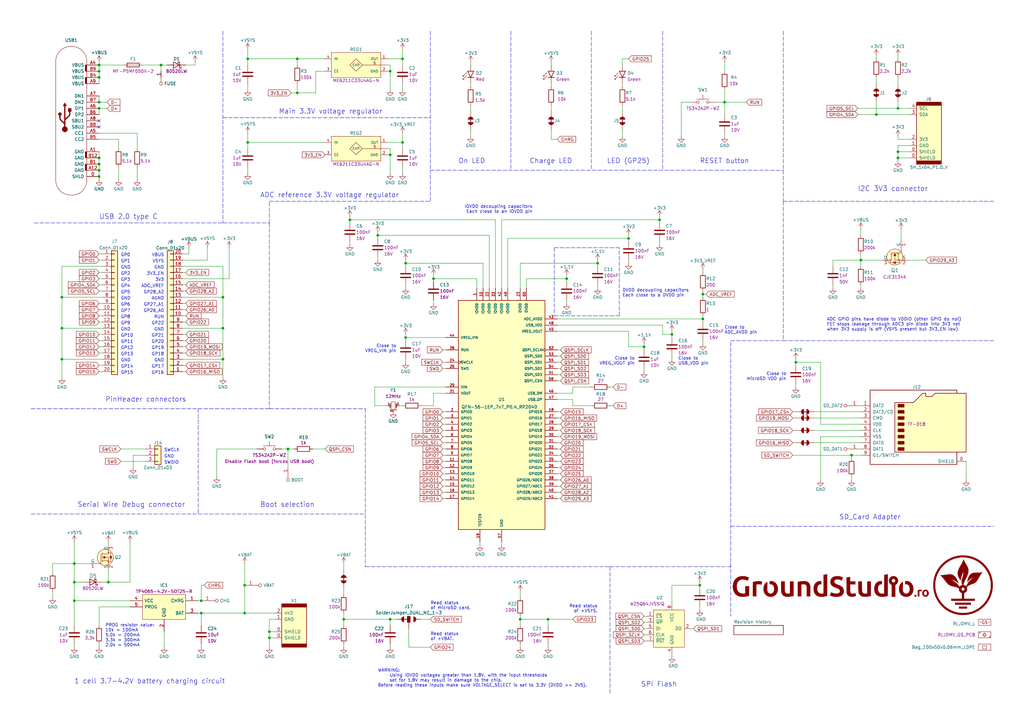
<source format=kicad_sch>
(kicad_sch (version 20211123) (generator eeschema)
  (paper "A3")
  (title_block (title "RLJDMV_GS Marble Pico") (date "2022-12-14") (rev "0.0.3") (company "GroundStudio.ro") (comment 1 "Schematic: Victor Nicula"))
  (lib_symbols
    (symbol "GS_Global6:+1.1V" (power) (pin_names (offset 0))
      (property "Value" "+1.1V" (at 0 3.556 0))
      (symbol "+1.1V_1_1"
        (pin power_in line (at 0 0 90) (length 0) hide (name "+1.1V") (number "1"))
      )
    )
    (symbol "GS_Global6:+3V3" (power) (pin_names (offset 0))
      (property "Value" "+3V3" (at 0 3.556 0))
      (symbol "+3V3_1_1"
        (pin power_in line (at 0 0 90) (length 0) hide (name "+3V3") (number "1"))
      )
    )
    (symbol "GS_Global6:+3V3_VREF" (power) (pin_names (offset 0))
      (property "Value" "+3V3_VREF" (at 0 3.556 0))
      (symbol "+3V3_VREF_1_1"
        (pin power_in line (at 0 0 90) (length 0) hide (name "+3V3_VREF") (number "1"))
      )
    )
    (symbol "GS_Global6:+VBAT" (power) (pin_names (offset 0))
      (property "Value" "+VBAT" (at 0 3.81 0))
      (symbol "+VBAT_1_1"
        (pin power_in line (at 0 0 90) (length 0) hide (name "+VBAT") (number "1"))
      )
    )
    (symbol "GS_Global6:+VBUS" (power) (pin_names (offset 0))
      (property "Value" "+VBUS" (at 0 3.81 0))
      (symbol "+VBUS_1_1"
        (pin power_in line (at 0 0 90) (length 0) hide (name "+VBUS") (number "1"))
      )
    )
    (symbol "GS_Global6:+VSYS" (power) (pin_names (offset 0))
      (property "Value" "+VSYS" (at 0 3.81 0))
      (symbol "+VSYS_1_1"
        (pin power_in line (at 0 0 90) (length 0) hide (name "+VSYS") (number "1"))
      )
    )
    (symbol "GS_Global6:Bag_100x50x0.06mm_LDPE" (pin_names (offset 1.016))
      (property "Value" "Bag_100x50x0.06mm_LDPE" (at 0 -3.556 0))
    )
    (symbol "GS_Global6:C" (pin_numbers hide) (pin_names (offset 0.254))
      (property "Reference" "C" (at 0.635 2.54 0))
      (property "Value" "C" (at 0.635 -2.54 0))
      (symbol "C_1_1"
        (pin passive line (at 0 3.81 270) (length 2.794) (name "~") (number "1"))
        (pin passive line (at 0 -3.81 90) (length 2.794) (name "~") (number "2"))
      )
    )
    (symbol "GS_Global6:Conn_01x03" (pin_names (offset 1.016) hide)
      (property "Reference" "J" (at 0 5.08 0))
      (property "Value" "Conn_01x03" (at 0 -5.08 0))
      (symbol "Conn_01x03_1_1"
        (pin passive line (at -5.08 2.54 0) (length 3.81) (name "Pin_1") (number "1"))
        (pin passive line (at -5.08 0 0) (length 3.81) (name "Pin_2") (number "2"))
        (pin passive line (at -5.08 -2.54 0) (length 3.81) (name "Pin_3") (number "3"))
      )
    )
    (symbol "GS_Global6:Conn_01x20" (pin_names (offset 1.016) hide)
      (property "Reference" "J" (at 0 25.4 0))
      (property "Value" "Conn_01x20" (at 0 -27.94 0))
      (symbol "Conn_01x20_1_1"
        (pin passive line (at -5.08 22.86 0) (length 3.81) (name "Pin_1") (number "1"))
        (pin passive line (at -5.08 0 0) (length 3.81) (name "Pin_10") (number "10"))
        (pin passive line (at -5.08 -2.54 0) (length 3.81) (name "Pin_11") (number "11"))
        (pin passive line (at -5.08 -5.08 0) (length 3.81) (name "Pin_12") (number "12"))
        (pin passive line (at -5.08 -7.62 0) (length 3.81) (name "Pin_13") (number "13"))
        (pin passive line (at -5.08 -10.16 0) (length 3.81) (name "Pin_14") (number "14"))
        (pin passive line (at -5.08 -12.7 0) (length 3.81) (name "Pin_15") (number "15"))
        (pin passive line (at -5.08 -15.24 0) (length 3.81) (name "Pin_16") (number "16"))
        (pin passive line (at -5.08 -17.78 0) (length 3.81) (name "Pin_17") (number "17"))
        (pin passive line (at -5.08 -20.32 0) (length 3.81) (name "Pin_18") (number "18"))
        (pin passive line (at -5.08 -22.86 0) (length 3.81) (name "Pin_19") (number "19"))
        (pin passive line (at -5.08 20.32 0) (length 3.81) (name "Pin_2") (number "2"))
        (pin passive line (at -5.08 -25.4 0) (length 3.81) (name "Pin_20") (number "20"))
        (pin passive line (at -5.08 17.78 0) (length 3.81) (name "Pin_3") (number "3"))
        (pin passive line (at -5.08 15.24 0) (length 3.81) (name "Pin_4") (number "4"))
        (pin passive line (at -5.08 12.7 0) (length 3.81) (name "Pin_5") (number "5"))
        (pin passive line (at -5.08 10.16 0) (length 3.81) (name "Pin_6") (number "6"))
        (pin passive line (at -5.08 7.62 0) (length 3.81) (name "Pin_7") (number "7"))
        (pin passive line (at -5.08 5.08 0) (length 3.81) (name "Pin_8") (number "8"))
        (pin passive line (at -5.08 2.54 0) (length 3.81) (name "Pin_9") (number "9"))
      )
    )
    (symbol "GS_Global6:Crystal_GND2_Small" (pin_names (offset 1.016) hide)
      (property "Reference" "Y" (at 0 5.08 0))
      (property "Value" "Crystal_GND2_Small" (at 0 3.175 0))
      (symbol "Crystal_GND2_Small_1_1"
        (pin passive line (at -2.54 0 0) (length 1.27) (name "1") (number "1"))
        (pin passive line (at 0 -2.54 90) (length 0.635) (name "2") (number "2"))
        (pin passive line (at 2.54 0 180) (length 1.27) (name "3") (number "3"))
      )
    )
    (symbol "GS_Global6:D_Schottky" (pin_numbers hide) (pin_names (offset 1.016) hide)
      (property "Reference" "D" (at 0 2.54 0))
      (property "Value" "D_Schottky" (at 0 -2.54 0))
      (symbol "D_Schottky_1_1"
        (pin passive line (at -3.81 0 0) (length 2.54) (name "K") (number "1"))
        (pin passive line (at 3.81 0 180) (length 2.54) (name "A") (number "2"))
      )
    )
    (symbol "GS_Global6:FBP1-1-4_ME6211C33U4AG-N" (pin_names (offset 1.016))
      (property "Reference" "REG" (at -8.89 8.89 0))
      (property "MPN" "ME6211C33U4AG-N" (at -2.54 10.16 0))
      (symbol "FBP1-1-4_ME6211C33U4AG-N_0_0"
        (pin power_out line (at 12.7 5.08 180) (length 2.54) (name "OUT") (number "1"))
        (pin power_in line (at 12.7 0 180) (length 2.54) (name "GND") (number "2"))
        (pin power_in line (at -12.7 0 0) (length 2.54) (name "CE") (number "3"))
        (pin power_in line (at -12.7 5.08 0) (length 2.54) (name "IN") (number "4"))
        (pin power_out line (at 12.7 2.54 180) (length 10.16) (name "EXP") (number "5"))
      )
    )
    (symbol "GS_Global6:Fuse" (pin_numbers hide) (pin_names (offset 0))
      (property "Reference" "F" (at 2.032 0 90))
      (property "Value" "Fuse" (at -1.905 0 90))
      (symbol "Fuse_1_1"
        (pin passive line (at 0 3.81 270) (length 1.27) (name "~") (number "1"))
        (pin passive line (at 0 -3.81 90) (length 1.27) (name "~") (number "2"))
      )
    )
    (symbol "GS_Global6:GND" (power) (pin_names (offset 0))
      (property "Value" "GND" (at 0 -3.81 0))
      (symbol "GND_1_1"
        (pin power_in line (at 0 0 270) (length 0) hide (name "GND") (number "1"))
      )
    )
    (symbol "GS_Global6:GroundStudio.ro_BIG_108.2x25.4mm" (pin_names (offset 1.016)))
    (symbol "GS_Global6:LED_0402_GREEN" (pin_numbers hide) (pin_names (offset 1.016) hide)
      (property "Reference" "LED" (at 0.508 1.778 0))
      (property "Color" "Green" (at 0 0 0))
      (symbol "LED_0402_GREEN_1_1"
        (pin output line (at -5.08 0 0) (length 2.54) (name "K") (number "1"))
        (pin input line (at 2.54 0 180) (length 2.54) (name "A") (number "2"))
      )
    )
    (symbol "GS_Global6:LED_0402_RED" (pin_numbers hide) (pin_names (offset 1.016) hide)
      (property "Reference" "LED" (at 0.508 1.778 0))
      (property "Color" "Red" (at 0 0 0))
      (symbol "LED_0402_RED_1_1"
        (pin output line (at -5.08 0 0) (length 2.54) (name "K") (number "1"))
        (pin input line (at 2.54 0 180) (length 2.54) (name "A") (number "2"))
      )
    )
    (symbol "GS_Global6:PCB" (pin_names (offset 1.016)))
    (symbol "GS_Global6:PH__1x02_P2.0_H" (pin_names (offset 1.016))
      (property "Reference" "X" (at 0 12.7 0))
      (property "Value" "PH__1x02_P2.0_H" (at 0 10.16 0))
      (symbol "PH__1x02_P2.0_H_1_1"
        (pin power_in line (at -7.62 -5.08 0) (length 2.54) (name "SHIELD") (number "0"))
        (pin power_in line (at -7.62 -2.54 0) (length 2.54) (name "SHIELD") (number "0"))
        (pin power_in line (at -7.62 2.54 0) (length 2.54) (name "GND") (number "1"))
        (pin power_in line (at -7.62 5.08 0) (length 2.54) (name "4V2") (number "2"))
      )
    )
    (symbol "GS_Global6:QFN-56-1EP_7x7_P0.4_RP2040" (pin_names (offset 1.016))
      (property "Reference" "U" (at -17.78 50.8 0))
      (property "Value" "QFN-56-1EP_7x7_P0.4_RP2040" (at -16.51 3.81 0))
      (symbol "QFN-56-1EP_7x7_P0.4_RP2040_0_0"
        (pin power_in line (at -10.16 53.34 270) (length 5.08) (name "IOVDD") (number "1"))
        (pin power_in line (at -7.62 53.34 270) (length 5.08) (name "IOVDD") (number "10"))
        (pin bidirectional line (at -22.86 -17.78 0) (length 5.08) (name "GPIO8") (number "11"))
        (pin bidirectional line (at -22.86 -20.32 0) (length 5.08) (name "GPIO9") (number "12"))
        (pin bidirectional line (at -22.86 -22.86 0) (length 5.08) (name "GPIO10") (number "13"))
        (pin bidirectional line (at -22.86 -25.4 0) (length 5.08) (name "GPIO11") (number "14"))
        (pin bidirectional line (at -22.86 -27.94 0) (length 5.08) (name "GPIO12") (number "15"))
        (pin bidirectional line (at -22.86 -30.48 0) (length 5.08) (name "GPIO13") (number "16"))
        (pin bidirectional line (at -22.86 -33.02 0) (length 5.08) (name "GPIO14") (number "17"))
        (pin bidirectional line (at 22.86 2.54 180) (length 5.08) (name "GPIO15") (number "18"))
        (pin passive line (at -8.89 -50.8 90) (length 5.08) (name "TESTEN") (number "19"))
        (pin bidirectional line (at -22.86 2.54 0) (length 5.08) (name "GPIO0") (number "2"))
        (pin input line (at -22.86 12.7 0) (length 5.08) (name "XIN") (number "20"))
        (pin output line (at -22.86 10.16 0) (length 5.08) (name "XOUT") (number "21"))
        (pin power_in line (at -5.08 53.34 270) (length 5.08) (name "IOVDD") (number "22"))
        (pin power_in line (at 7.62 53.34 270) (length 5.08) (name "DVDD") (number "23"))
        (pin input clock (at -22.86 22.86 0) (length 5.08) (name "SWCLK") (number "24"))
        (pin bidirectional line (at -22.86 20.32 0) (length 5.08) (name "SWD") (number "25"))
        (pin input line (at -22.86 27.94 0) (length 5.08) (name "RUN") (number "26"))
        (pin bidirectional line (at 22.86 0 180) (length 5.08) (name "GPIO16") (number "27"))
        (pin bidirectional line (at 22.86 -2.54 180) (length 5.08) (name "GPIO17") (number "28"))
        (pin bidirectional line (at 22.86 -5.08 180) (length 5.08) (name "GPIO18") (number "29"))
        (pin bidirectional line (at -22.86 0 0) (length 5.08) (name "GPIO1") (number "3"))
        (pin bidirectional line (at 22.86 -7.62 180) (length 5.08) (name "GPIO19") (number "30"))
        (pin bidirectional line (at 22.86 -10.16 180) (length 5.08) (name "GPIO20") (number "31"))
        (pin bidirectional line (at 22.86 -12.7 180) (length 5.08) (name "GPIO21") (number "32"))
        (pin power_in line (at -2.54 53.34 270) (length 5.08) (name "IOVDD") (number "33"))
        (pin bidirectional line (at 22.86 -15.24 180) (length 5.08) (name "GPIO22") (number "34"))
        (pin bidirectional line (at 22.86 -17.78 180) (length 5.08) (name "GPIO23") (number "35"))
        (pin bidirectional line (at 22.86 -20.32 180) (length 5.08) (name "GPIO24") (number "36"))
        (pin bidirectional line (at 22.86 -22.86 180) (length 5.08) (name "GPIO25") (number "37"))
        (pin bidirectional line (at 22.86 -25.4 180) (length 5.08) (name "GPIO26/ADC0") (number "38"))
        (pin bidirectional line (at 22.86 -27.94 180) (length 5.08) (name "GPIO27/ADC1") (number "39"))
        (pin bidirectional line (at -22.86 -2.54 0) (length 5.08) (name "GPIO2") (number "4"))
        (pin bidirectional line (at 22.86 -30.48 180) (length 5.08) (name "GPIO28/ADC2") (number "40"))
        (pin bidirectional line (at 22.86 -33.02 180) (length 5.08) (name "GPIO29/ADC3") (number "41"))
        (pin power_in line (at 0 53.34 270) (length 5.08) (name "IOVDD") (number "42"))
        (pin power_in line (at 22.86 40.64 180) (length 5.08) (name "ADC_AVDD") (number "43"))
        (pin input line (at -22.86 33.02 0) (length 5.08) (name "VREG_VIN") (number "44"))
        (pin output line (at 22.86 35.56 180) (length 5.08) (name "VREG_VOUT") (number "45"))
        (pin bidirectional line (at 22.86 10.16 180) (length 5.08) (name "USB_DM") (number "46"))
        (pin bidirectional line (at 22.86 7.62 180) (length 5.08) (name "USB_DP") (number "47"))
        (pin power_in line (at 22.86 38.1 180) (length 5.08) (name "USB_VDD") (number "48"))
        (pin power_in line (at 2.54 53.34 270) (length 5.08) (name "IOVDD") (number "49"))
        (pin bidirectional line (at -22.86 -5.08 0) (length 5.08) (name "GPIO3") (number "5"))
        (pin power_in line (at 10.16 53.34 270) (length 5.08) (name "DVDD") (number "50"))
        (pin bidirectional line (at 22.86 17.78 180) (length 5.08) (name "QSPI_SD3") (number "51"))
        (pin bidirectional clock (at 22.86 27.94 180) (length 5.08) (name "QSPI_SCLK") (number "52"))
        (pin bidirectional line (at 22.86 25.4 180) (length 5.08) (name "QSPI_SD0") (number "53"))
        (pin bidirectional line (at 22.86 20.32 180) (length 5.08) (name "QSPI_SD2") (number "54"))
        (pin bidirectional line (at 22.86 22.86 180) (length 5.08) (name "QSPI_SD1") (number "55"))
        (pin bidirectional line (at 22.86 15.24 180) (length 5.08) (name "QSPI_CSN") (number "56"))
        (pin power_in line (at 0 -50.8 90) (length 5.08) (name "GND") (number "57"))
        (pin bidirectional line (at -22.86 -7.62 0) (length 5.08) (name "GPIO4") (number "6"))
        (pin bidirectional line (at -22.86 -10.16 0) (length 5.08) (name "GPIO5") (number "7"))
        (pin bidirectional line (at -22.86 -12.7 0) (length 5.08) (name "GPIO6") (number "8"))
        (pin bidirectional line (at -22.86 -15.24 0) (length 5.08) (name "GPIO7") (number "9"))
      )
    )
    (symbol "GS_Global6:Q_P-Ch_FET" (pin_names (offset 0))
      (property "Reference" "Q" (at -2.6924 3.6322 0))
      (property "Value" "Q_P-Ch_FET" (at 3.4544 0 90))
      (symbol "Q_P-Ch_FET_1_1"
        (pin bidirectional line (at -7.62 -2.54 0) (length 2.54) (name "G") (number "1"))
        (pin bidirectional line (at 0 -5.08 90) (length 2.54) (name "S") (number "2"))
        (pin bidirectional line (at 0 5.08 270) (length 2.54) (name "D") (number "3"))
      )
    )
    (symbol "GS_Global6:R" (pin_numbers hide) (pin_names (offset 0))
      (property "Reference" "R" (at 2.032 0 90))
      (property "Value" "R" (at 0 0 90))
      (symbol "R_1_1"
        (pin passive line (at 0 3.81 270) (length 1.27) (name "~") (number "1"))
        (pin passive line (at 0 -3.81 90) (length 1.27) (name "~") (number "2"))
      )
    )
    (symbol "GS_Global6:RLJDMV_L"
      (symbol "RLJDMV_L_0_0"
        (text "GS" (at 0 0 0) (effects (font (size 1.27 1.27))))
      )
    )
    (symbol "GS_Global6:R_0402_1.5k" (pin_numbers hide) (pin_names (offset 0))
      (property "Reference" "R" (at 2.032 0 90))
      (property "Resistance" "1.5k" (at 0 0 0))
      (symbol "R_0402_1.5k_1_1"
        (pin passive line (at 0 3.81 270) (length 1.27) (name "~") (number "1"))
        (pin passive line (at 0 -3.81 90) (length 1.27) (name "~") (number "2"))
      )
    )
    (symbol "GS_Global6:SH_1x04_P1.0_V" (pin_names (offset 1.016))
      (property "Reference" "J" (at 1.27 13.97 0))
      (symbol "SH_1x04_P1.0_V_1_1"
        (pin power_out line (at -7.62 -10.16 0) (length 2.54) (name "SHIELD") (number "0"))
        (pin power_out line (at -7.62 -7.62 0) (length 2.54) (name "SHIELD") (number "0"))
        (pin power_out line (at -7.62 -5.08 0) (length 2.54) (name "GND") (number "1"))
        (pin power_in line (at -7.62 -2.54 0) (length 2.54) (name "3V3") (number "2"))
        (pin bidirectional line (at -7.62 7.62 0) (length 2.54) (name "SDA") (number "3"))
        (pin bidirectional line (at -7.62 10.16 0) (length 2.54) (name "SCL") (number "4"))
      )
    )
    (symbol "GS_Global6:SOD-123_B0520LW" (pin_numbers hide) (pin_names (offset 1.016) hide)
      (property "Reference" "D" (at 0 2.54 0))
      (property "MPN" "B0520LW" (at 0 0 0))
      (symbol "SOD-123_B0520LW_1_1"
        (pin passive line (at -3.81 0 0) (length 2.54) (name "K") (number "1"))
        (pin passive line (at 3.81 0 180) (length 2.54) (name "A") (number "2"))
      )
    )
    (symbol "GS_Global6:SOIC-8_5.275x5.275_W25Q32JV" (pin_names (offset 1.016))
      (property "Reference" "U" (at -7.62 8.89 0))
      (property "MPN" "W25Q32JVSSIQ" (at 0 0 0))
      (symbol "SOIC-8_5.275x5.275_W25Q32JV_1_1"
        (pin input line (at -10.16 5.08 0) (length 2.54) (name "~{CS}") (number "1"))
        (pin output line (at 7.62 0 180) (length 2.54) (name "DO") (number "2"))
        (pin input line (at -10.16 2.54 0) (length 2.54) (name "~{WP}") (number "3"))
        (pin power_in line (at 0 -10.16 90) (length 2.54) (name "GND") (number "4"))
        (pin input line (at -10.16 0 0) (length 2.54) (name "DI") (number "5"))
        (pin input line (at -10.16 -2.54 0) (length 2.54) (name "CLK") (number "6"))
        (pin input line (at -10.16 -5.08 0) (length 2.54) (name "~{RST}") (number "7"))
        (pin power_in line (at 0 10.16 270) (length 2.54) (name "VCC") (number "8"))
      )
    )
    (symbol "GS_Global6:SOT-523_CJE3134K" (pin_names (offset 0))
      (property "MPN" "CJE3134K" (at 0 0 0))
      (symbol "SOT-523_CJE3134K_1_1"
        (pin bidirectional line (at -7.62 -2.54 0) (length 2.54) (name "G") (number "1"))
        (pin bidirectional line (at 0 -5.08 90) (length 2.54) (name "S") (number "2"))
        (pin bidirectional line (at 0 5.08 270) (length 2.54) (name "D") (number "3"))
      )
    )
    (symbol "GS_Global6:SOT23-5_BRCL4054CME" (pin_names (offset 0.762))
      (property "Reference" "IC" (at -10.16 10.16 0))
      (property "MPN" "BRCL4054CME" (at 0 6.35 0))
      (symbol "SOT23-5_BRCL4054CME_0_0"
        (pin input line (at 13.97 2.54 180) (length 5.08) (name "CHRG") (number "1"))
        (pin power_in line (at 0 -10.16 90) (length 5.08) (name "GND") (number "2"))
        (pin power_out line (at 13.97 -2.54 180) (length 5.08) (name "BAT") (number "3"))
        (pin power_in line (at -13.97 2.54 0) (length 5.08) (name "VCC") (number "4"))
        (pin output line (at -13.97 0 0) (length 5.08) (name "PROG") (number "5"))
      )
    )
    (symbol "GS_Global6:SolderJumper_DUAL_NC_1-3" (pin_numbers hide) (pin_names (offset 0) hide)
      (property "Reference" "J" (at 0 10.16 0))
      (property "Value" "SolderJumper_DUAL_NC_1-3" (at 2.54 0 90))
      (symbol "SolderJumper_DUAL_NC_1-3_1_1"
        (pin passive line (at 0 5.08 270) (length 2.9972) (name "1") (number "1"))
        (pin passive line (at 0 -5.08 90) (length 2.9972) (name "2") (number "2"))
        (pin passive line (at -3.81 0 0) (length 2.54) (name "3") (number "3"))
      )
    )
    (symbol "GS_Global6:SolderJumper_NC" (pin_numbers hide) (pin_names (offset 0) hide)
      (property "Reference" "J" (at 0 10.16 0))
      (property "Value" "SolderJumper_NC" (at 3.81 0 90))
      (symbol "SolderJumper_NC_1_1"
        (pin passive line (at 0 3.81 270) (length 2.9972) (name "1") (number "1"))
        (pin passive line (at 0 -3.81 90) (length 2.9972) (name "2") (number "2"))
      )
    )
    (symbol "GS_Global6:TF-018_microSD" (pin_names (offset 1.016))
      (property "Reference" "J" (at -16.51 15.24 0))
      (property "MPN" "TF-018" (at 0 0 0))
      (symbol "TF-018_microSD_0_0"
        (pin passive line (at -22.86 -12.7 0) (length 3.81) (name "G1/SWITCH") (number "9"))
      )
      (symbol "TF-018_microSD_1_1"
        (pin passive line (at 20.32 -15.24 180) (length 3.81) (name "SHIELD") (number "0"))
        (pin bidirectional line (at -22.86 7.62 0) (length 3.81) (name "DAT2") (number "1"))
        (pin bidirectional line (at -22.86 5.08 0) (length 3.81) (name "DAT3/CD") (number "2"))
        (pin input line (at -22.86 2.54 0) (length 3.81) (name "CMD") (number "3"))
        (pin power_in line (at -22.86 0 0) (length 3.81) (name "VDD") (number "4"))
        (pin input line (at -22.86 -2.54 0) (length 3.81) (name "CLK") (number "5"))
        (pin power_in line (at -22.86 -5.08 0) (length 3.81) (name "VSS") (number "6"))
        (pin bidirectional line (at -22.86 -7.62 0) (length 3.81) (name "DAT0") (number "7"))
        (pin bidirectional line (at -22.86 -10.16 0) (length 3.81) (name "DAT1") (number "8"))
      )
    )
    (symbol "GS_Global6:TS342A2P-WZ" (pin_numbers hide) (pin_names (offset 1.016) hide)
      (property "Reference" "SW" (at 1.27 2.54 0))
      (property "Value" "TS342A2P-WZ" (at 0 -1.524 0))
      (symbol "TS342A2P-WZ_0_1"
        (pin passive line (at -5.08 0 0) (length 2.54) (name "1") (number "1"))
        (pin passive line (at 5.08 0 180) (length 2.54) (name "2") (number "2"))
      )
    )
    (symbol "GS_Global6:TestPoint" (pin_names (offset 1.016))
      (property "Value" "TestPoint" (at 0 2.54 0))
      (symbol "TestPoint_1_1"
        (pin passive line (at 0 -5.08 90) (length 2.54) (name "") (number "1"))
      )
    )
    (symbol "GS_Global6:USB_C_FULL" (pin_names (offset 1.016))
      (property "Reference" "USB" (at 0 33.02 0))
      (symbol "USB_C_FULL_1_1"
        (pin power_out line (at 11.43 -21.59 180) (length 5.08) (name "SHLD") (number "0"))
        (pin power_out line (at 11.43 -11.43 180) (length 5.08) (name "GND") (number "A1"))
        (pin power_out line (at 11.43 -19.05 180) (length 5.08) (name "GND") (number "A12"))
        (pin power_in line (at 11.43 24.13 180) (length 5.08) (name "VBUS") (number "A4"))
        (pin input line (at 11.43 -3.81 180) (length 5.08) (name "CC1") (number "A5"))
        (pin bidirectional line (at 11.43 6.35 180) (length 5.08) (name "DP1") (number "A6"))
        (pin bidirectional line (at 11.43 11.43 180) (length 5.08) (name "DN1") (number "A7"))
        (pin bidirectional line (at 11.43 1.27 180) (length 5.08) (name "SBU1") (number "A8"))
        (pin power_in line (at 11.43 16.51 180) (length 5.08) (name "VBUS") (number "A9"))
        (pin power_out line (at 11.43 -16.51 180) (length 5.08) (name "GND") (number "B1"))
        (pin power_out line (at 11.43 -13.97 180) (length 5.08) (name "GND") (number "B12"))
        (pin power_in line (at 11.43 19.05 180) (length 5.08) (name "VBUS") (number "B4"))
        (pin input line (at 11.43 -6.35 180) (length 5.08) (name "CC2") (number "B5"))
        (pin bidirectional line (at 11.43 3.81 180) (length 5.08) (name "DP2") (number "B6"))
        (pin bidirectional line (at 11.43 8.89 180) (length 5.08) (name "DN2") (number "B7"))
        (pin bidirectional line (at 11.43 -1.27 180) (length 5.08) (name "SBU2") (number "B8"))
        (pin power_in line (at 11.43 21.59 180) (length 5.08) (name "VBUS") (number "B9"))
      )
    )
    (symbol "SolderJumper_NC_1" (pin_numbers hide) (pin_names (offset 0) hide)
      (property "Reference" "J" (at 0 10.16 0))
      (property "Value" "SolderJumper_NC_1" (at 3.81 0 90))
      (symbol "SolderJumper_NC_1_1_1"
        (pin passive line (at 0 3.81 270) (length 2.9972) (name "1") (number "1"))
        (pin passive line (at 0 -3.81 90) (length 2.9972) (name "2") (number "2"))
      )
    )
    (symbol "SolderJumper_NC_2" (pin_numbers hide) (pin_names (offset 0) hide)
      (property "Reference" "J" (at 0 10.16 0))
      (property "Value" "SolderJumper_NC_2" (at 3.81 0 90))
      (symbol "SolderJumper_NC_2_1_1"
        (pin passive line (at 0 3.81 270) (length 2.9972) (name "1") (number "1"))
        (pin passive line (at 0 -3.81 90) (length 2.9972) (name "2") (number "2"))
      )
    )
    (symbol "SolderJumper_NC_3" (pin_numbers hide) (pin_names (offset 0) hide)
      (property "Reference" "J" (at 0 10.16 0))
      (property "Value" "SolderJumper_NC_3" (at 3.81 0 90))
      (symbol "SolderJumper_NC_3_1_1"
        (pin passive line (at 0 3.81 270) (length 2.9972) (name "1") (number "1"))
        (pin passive line (at 0 -3.81 90) (length 2.9972) (name "2") (number "2"))
      )
    )
    (symbol "SolderJumper_NC_4" (pin_numbers hide) (pin_names (offset 0) hide)
      (property "Reference" "J" (at 0 10.16 0))
      (property "Value" "SolderJumper_NC_4" (at 3.81 0 90))
      (symbol "SolderJumper_NC_4_1_1"
        (pin passive line (at 0 3.81 270) (length 2.9972) (name "1") (number "1"))
        (pin passive line (at 0 -3.81 90) (length 2.9972) (name "2") (number "2"))
      )
    )
    (symbol "SolderJumper_NC_5" (pin_numbers hide) (pin_names (offset 0) hide)
      (property "Reference" "J" (at 0 10.16 0))
      (property "Value" "SolderJumper_NC_5" (at 3.81 0 90))
      (symbol "SolderJumper_NC_5_1_1"
        (pin passive line (at 0 3.81 270) (length 2.9972) (name "1") (number "1"))
        (pin passive line (at 0 -3.81 90) (length 2.9972) (name "2") (number "2"))
      )
    )
    (symbol "TestPoint_6" (pin_names (offset 1.016))
      (property "Value" "TestPoint_6" (at 0 2.54 0))
      (symbol "TestPoint_6_1_1"
        (pin passive line (at 0 -5.08 90) (length 2.54) (name "") (number "1"))
      )
    )
  )
  (junction (at 118.11 184.15))
  (junction (at 245.11 107.95))
  (junction (at 232.41 114.3))
  (junction (at 288.29 120.65))
  (junction (at 110.49 261.62))
  (junction (at 257.81 97.79))
  (junction (at 40.64 29.21))
  (junction (at 166.37 107.95))
  (junction (at 25.4 134.62))
  (junction (at 177.8 114.3))
  (junction (at 166.37 138.43))
  (junction (at 140.97 254))
  (junction (at 66.04 26.67))
  (junction (at 154.94 96.52))
  (junction (at 91.44 147.32))
  (junction (at 40.64 31.75))
  (junction (at 30.48 246.38))
  (junction (at 25.4 121.92))
  (junction (at 368.3 64.77))
  (junction (at 326.39 148.59))
  (junction (at 297.18 41.91))
  (junction (at 121.92 38.1))
  (junction (at 288.29 130.81))
  (junction (at 40.64 72.39))
  (junction (at 160.02 63.5))
  (junction (at 91.44 121.92))
  (junction (at 275.59 137.16))
  (junction (at 287.02 240.03))
  (junction (at 44.45 238.76))
  (junction (at 40.64 67.31))
  (junction (at 91.44 134.62))
  (junction (at 82.55 251.46))
  (junction (at 121.92 24.13))
  (junction (at 143.51 90.17))
  (junction (at 40.64 44.45))
  (junction (at 224.79 254))
  (junction (at 40.64 64.77))
  (junction (at 160.02 29.21))
  (junction (at 353.06 106.68))
  (junction (at 82.55 246.38))
  (junction (at 40.64 69.85))
  (junction (at 264.16 142.24))
  (junction (at 40.64 26.67))
  (junction (at 25.4 147.32))
  (junction (at 100.33 251.46))
  (junction (at 165.1 24.13))
  (junction (at 30.48 238.76))
  (junction (at 213.36 254))
  (junction (at 368.3 62.23))
  (junction (at 110.49 259.08))
  (junction (at 165.1 58.42))
  (junction (at 160.02 254))
  (junction (at 40.64 41.91))
  (junction (at 270.51 90.17))
  (junction (at 30.48 231.14))
  (junction (at 101.6 58.42))
  (junction (at 359.41 46.99))
  (junction (at 349.25 186.69))
  (junction (at 100.33 240.03))
  (junction (at 368.3 44.45))
  (junction (at 101.6 24.13))
  (no_connect (at 40.64 52.07))
  (no_connect (at 40.64 49.53))
  (wire (pts (xy 255.27 43.18) (xy 255.27 45.72)))
  (wire (pts (xy 25.4 121.92) (xy 41.91 121.92)))
  (wire (pts (xy 205.74 90.17) (xy 205.74 118.11)))
  (wire (pts (xy 166.37 137.16) (xy 166.37 138.43)))
  (wire (pts (xy 166.37 139.7) (xy 166.37 138.43)))
  (wire (pts (xy 118.11 184.15) (xy 118.11 191.77)))
  (wire (pts (xy 229.87 176.53) (xy 228.6 176.53)))
  (wire (pts (xy 351.79 44.45) (xy 368.3 44.45)))
  (polyline (pts (xy 299.72 196.85) (xy 299.72 139.7)))
  (wire (pts (xy 158.75 24.13) (xy 165.1 24.13)))
  (wire (pts (xy 166.37 138.43) (xy 182.88 138.43)))
  (wire (pts (xy 341.63 106.68) (xy 353.06 106.68)))
  (polyline (pts (xy 13.97 91.44) (xy 91.44 91.44)))
  (wire (pts (xy 140.97 254) (xy 140.97 256.54)))
  (wire (pts (xy 264.16 255.27) (xy 265.43 255.27)))
  (polyline (pts (xy 227.33 101.6) (xy 254 101.6)))
  (wire (pts (xy 245.11 106.68) (xy 245.11 107.95)))
  (wire (pts (xy 288.29 129.54) (xy 288.29 130.81)))
  (wire (pts (xy 229.87 151.13) (xy 228.6 151.13)))
  (polyline (pts (xy 149.86 232.41) (xy 149.86 232.41)))
  (wire (pts (xy 158.75 60.96) (xy 160.02 60.96)))
  (wire (pts (xy 229.87 143.51) (xy 228.6 143.51)))
  (wire (pts (xy 91.44 121.92) (xy 91.44 134.62)))
  (wire (pts (xy 297.18 25.4) (xy 297.18 29.21)))
  (wire (pts (xy 40.64 132.08) (xy 41.91 132.08)))
  (wire (pts (xy 40.64 116.84) (xy 41.91 116.84)))
  (wire (pts (xy 306.07 41.91) (xy 297.18 41.91)))
  (wire (pts (xy 336.55 179.07) (xy 336.55 196.85)))
  (polyline (pts (xy 91.44 69.85) (xy 91.44 91.44)))
  (wire (pts (xy 166.37 118.11) (xy 166.37 116.84)))
  (wire (pts (xy 93.98 114.3) (xy 93.98 101.6)))
  (wire (pts (xy 76.2 139.7) (xy 74.93 139.7)))
  (wire (pts (xy 200.66 96.52) (xy 200.66 118.11)))
  (wire (pts (xy 167.64 265.43) (xy 176.53 265.43)))
  (wire (pts (xy 82.55 256.54) (xy 82.55 251.46)))
  (wire (pts (xy 40.64 124.46) (xy 41.91 124.46)))
  (wire (pts (xy 101.6 36.83) (xy 101.6 34.29)))
  (wire (pts (xy 257.81 97.79) (xy 208.28 97.79)))
  (wire (pts (xy 56.261 54.61) (xy 56.261 60.96)))
  (wire (pts (xy 25.4 154.94) (xy 25.4 147.32)))
  (wire (pts (xy 76.2 111.76) (xy 74.93 111.76)))
  (wire (pts (xy 205.74 222.25) (xy 205.74 223.52)))
  (wire (pts (xy 158.75 29.21) (xy 160.02 29.21)))
  (wire (pts (xy 226.06 25.4) (xy 226.06 26.67)))
  (wire (pts (xy 76.2 142.24) (xy 74.93 142.24)))
  (wire (pts (xy 34.29 238.76) (xy 30.48 238.76)))
  (wire (pts (xy 110.49 259.08) (xy 110.49 261.62)))
  (wire (pts (xy 165.1 20.32) (xy 165.1 24.13)))
  (wire (pts (xy 181.61 176.53) (xy 182.88 176.53)))
  (wire (pts (xy 40.64 44.45) (xy 43.942 44.45)))
  (wire (pts (xy 229.87 173.99) (xy 228.6 173.99)))
  (wire (pts (xy 133.35 29.21) (xy 129.54 29.21)))
  (wire (pts (xy 177.8 114.3) (xy 195.58 114.3)))
  (wire (pts (xy 83.82 240.03) (xy 82.55 240.03)))
  (wire (pts (xy 257.81 107.95) (xy 257.81 106.68)))
  (wire (pts (xy 336.55 148.59) (xy 326.39 148.59)))
  (wire (pts (xy 359.41 22.86) (xy 359.41 24.13)))
  (wire (pts (xy 40.64 31.75) (xy 40.64 34.29)))
  (wire (pts (xy 229.87 179.07) (xy 228.6 179.07)))
  (wire (pts (xy 326.39 147.32) (xy 326.39 148.59)))
  (wire (pts (xy 76.2 152.4) (xy 74.93 152.4)))
  (wire (pts (xy 224.79 254) (xy 224.79 256.54)))
  (wire (pts (xy 226.06 43.18) (xy 226.06 45.72)))
  (wire (pts (xy 250.19 158.75) (xy 251.46 158.75)))
  (wire (pts (xy 165.1 36.83) (xy 165.1 34.29)))
  (wire (pts (xy 351.79 184.15) (xy 353.06 184.15)))
  (wire (pts (xy 143.51 90.17) (xy 203.2 90.17)))
  (wire (pts (xy 336.55 173.99) (xy 336.55 148.59)))
  (wire (pts (xy 40.64 29.21) (xy 40.64 31.75)))
  (wire (pts (xy 101.6 24.13) (xy 121.92 24.13)))
  (wire (pts (xy 121.92 38.1) (xy 129.54 38.1)))
  (wire (pts (xy 82.55 265.43) (xy 82.55 264.16)))
  (wire (pts (xy 284.48 257.81) (xy 283.21 257.81)))
  (wire (pts (xy 349.25 186.69) (xy 353.06 186.69)))
  (wire (pts (xy 158.75 26.67) (xy 160.02 26.67)))
  (wire (pts (xy 257.81 97.79) (xy 257.81 99.06)))
  (wire (pts (xy 40.64 104.14) (xy 41.91 104.14)))
  (wire (pts (xy 154.94 96.52) (xy 200.66 96.52)))
  (wire (pts (xy 153.67 158.75) (xy 153.67 166.37)))
  (wire (pts (xy 368.3 59.69) (xy 368.3 62.23)))
  (wire (pts (xy 353.06 104.14) (xy 353.06 106.68)))
  (polyline (pts (xy 227.33 101.6) (xy 227.33 129.54)))
  (wire (pts (xy 181.61 189.23) (xy 182.88 189.23)))
  (wire (pts (xy 30.48 231.14) (xy 30.48 238.76)))
  (wire (pts (xy 228.6 130.81) (xy 288.29 130.81)))
  (wire (pts (xy 229.87 204.47) (xy 228.6 204.47)))
  (wire (pts (xy 166.37 147.32) (xy 166.37 148.59)))
  (wire (pts (xy 160.02 265.43) (xy 160.02 264.16)))
  (wire (pts (xy 326.39 148.59) (xy 326.39 149.86)))
  (wire (pts (xy 228.6 163.83) (xy 234.95 163.83)))
  (wire (pts (xy 74.93 121.92) (xy 91.44 121.92)))
  (wire (pts (xy 353.06 93.98) (xy 353.06 96.52)))
  (wire (pts (xy 232.41 114.3) (xy 232.41 115.57)))
  (wire (pts (xy 181.61 199.39) (xy 182.88 199.39)))
  (wire (pts (xy 297.18 36.83) (xy 297.18 41.91)))
  (wire (pts (xy 40.64 149.86) (xy 41.91 149.86)))
  (wire (pts (xy 264.16 142.24) (xy 264.16 143.51)))
  (polyline (pts (xy 321.31 82.55) (xy 321.31 139.7)))
  (wire (pts (xy 325.12 186.69) (xy 349.25 186.69)))
  (wire (pts (xy 100.33 251.46) (xy 113.03 251.46)))
  (wire (pts (xy 74.93 106.68) (xy 85.09 106.68)))
  (wire (pts (xy 101.6 26.67) (xy 101.6 24.13)))
  (polyline (pts (xy 12.7 167.64) (xy 110.49 167.64)))
  (wire (pts (xy 255.27 24.13) (xy 255.27 26.67)))
  (wire (pts (xy 40.64 248.92) (xy 53.34 248.92)))
  (wire (pts (xy 369.57 93.98) (xy 369.57 99.06)))
  (wire (pts (xy 181.61 151.13) (xy 182.88 151.13)))
  (wire (pts (xy 224.79 254) (xy 234.95 254)))
  (wire (pts (xy 40.64 144.78) (xy 41.91 144.78)))
  (polyline (pts (xy 321.31 139.7) (xy 407.67 139.7)))
  (wire (pts (xy 140.97 251.46) (xy 140.97 254)))
  (wire (pts (xy 229.87 148.59) (xy 228.6 148.59)))
  (wire (pts (xy 257.81 96.52) (xy 257.81 97.79)))
  (wire (pts (xy 368.3 62.23) (xy 373.38 62.23)))
  (wire (pts (xy 181.61 201.93) (xy 182.88 201.93)))
  (wire (pts (xy 76.2 132.08) (xy 74.93 132.08)))
  (wire (pts (xy 275.59 240.03) (xy 275.59 247.65)))
  (wire (pts (xy 165.1 54.61) (xy 165.1 58.42)))
  (wire (pts (xy 76.2 149.86) (xy 74.93 149.86)))
  (wire (pts (xy 48.641 68.58) (xy 48.641 73.66)))
  (wire (pts (xy 325.12 176.53) (xy 326.39 176.53)))
  (wire (pts (xy 101.6 58.42) (xy 133.35 58.42)))
  (polyline (pts (xy 110.49 91.44) (xy 110.49 82.55)))
  (wire (pts (xy 288.29 140.97) (xy 288.29 139.7)))
  (wire (pts (xy 40.64 64.77) (xy 40.64 67.31)))
  (wire (pts (xy 30.48 222.25) (xy 30.48 231.14)))
  (polyline (pts (xy 149.86 167.64) (xy 149.86 232.41)))
  (wire (pts (xy 80.01 25.4) (xy 80.01 26.67)))
  (wire (pts (xy 91.44 109.22) (xy 91.44 121.92)))
  (wire (pts (xy 181.61 143.51) (xy 182.88 143.51)))
  (wire (pts (xy 368.3 64.77) (xy 373.38 64.77)))
  (wire (pts (xy 76.2 144.78) (xy 74.93 144.78)))
  (wire (pts (xy 160.02 254) (xy 160.02 256.54)))
  (polyline (pts (xy 250.19 232.41) (xy 299.72 232.41)))
  (wire (pts (xy 88.9 184.15) (xy 105.41 184.15)))
  (wire (pts (xy 234.95 158.75) (xy 242.57 158.75)))
  (wire (pts (xy 40.64 142.24) (xy 41.91 142.24)))
  (wire (pts (xy 158.75 58.42) (xy 165.1 58.42)))
  (wire (pts (xy 229.87 194.31) (xy 228.6 194.31)))
  (wire (pts (xy 359.41 31.75) (xy 359.41 34.29)))
  (wire (pts (xy 101.6 60.96) (xy 101.6 58.42)))
  (wire (pts (xy 326.39 158.75) (xy 326.39 157.48)))
  (wire (pts (xy 160.02 254) (xy 162.56 254)))
  (wire (pts (xy 229.87 184.15) (xy 228.6 184.15)))
  (wire (pts (xy 232.41 113.03) (xy 232.41 114.3)))
  (wire (pts (xy 193.04 34.29) (xy 193.04 35.56)))
  (wire (pts (xy 270.51 88.9) (xy 270.51 90.17)))
  (wire (pts (xy 160.02 60.96) (xy 160.02 63.5)))
  (wire (pts (xy 67.31 265.43) (xy 67.31 259.08)))
  (wire (pts (xy 213.36 242.57) (xy 213.36 245.11)))
  (wire (pts (xy 100.33 231.14) (xy 100.33 240.03)))
  (wire (pts (xy 143.51 90.17) (xy 143.51 91.44)))
  (wire (pts (xy 40.64 139.7) (xy 41.91 139.7)))
  (wire (pts (xy 48.641 57.15) (xy 40.64 57.15)))
  (wire (pts (xy 40.64 114.3) (xy 41.91 114.3)))
  (wire (pts (xy 40.64 127) (xy 41.91 127)))
  (polyline (pts (xy 81.28 167.64) (xy 81.28 210.82)))
  (wire (pts (xy 177.8 113.03) (xy 177.8 114.3)))
  (wire (pts (xy 213.36 254) (xy 224.79 254)))
  (wire (pts (xy 257.81 142.24) (xy 264.16 142.24)))
  (wire (pts (xy 40.64 26.67) (xy 50.8 26.67)))
  (wire (pts (xy 234.95 163.83) (xy 234.95 166.37)))
  (wire (pts (xy 229.87 156.21) (xy 228.6 156.21)))
  (wire (pts (xy 128.27 184.15) (xy 133.35 184.15)))
  (wire (pts (xy 49.53 189.23) (xy 59.69 189.23)))
  (wire (pts (xy 140.97 231.14) (xy 140.97 233.68)))
  (wire (pts (xy 160.02 29.21) (xy 160.02 36.83)))
  (wire (pts (xy 193.04 25.4) (xy 193.04 26.67)))
  (wire (pts (xy 110.49 261.62) (xy 113.03 261.62)))
  (wire (pts (xy 341.63 116.84) (xy 341.63 118.11)))
  (wire (pts (xy 193.04 53.34) (xy 193.04 55.88)))
  (wire (pts (xy 226.06 34.29) (xy 226.06 35.56)))
  (wire (pts (xy 74.93 109.22) (xy 91.44 109.22)))
  (polyline (pts (xy 91.44 91.44) (xy 110.49 91.44)))
  (polyline (pts (xy 91.44 48.26) (xy 176.53 48.26)))
  (wire (pts (xy 25.4 134.62) (xy 41.91 134.62)))
  (wire (pts (xy 54.61 186.69) (xy 59.69 186.69)))
  (wire (pts (xy 25.4 147.32) (xy 25.4 134.62)))
  (wire (pts (xy 224.79 265.43) (xy 224.79 264.16)))
  (wire (pts (xy 85.09 106.68) (xy 85.09 101.6)))
  (wire (pts (xy 229.87 171.45) (xy 228.6 171.45)))
  (wire (pts (xy 113.03 254) (xy 110.49 254)))
  (wire (pts (xy 40.64 111.76) (xy 41.91 111.76)))
  (wire (pts (xy 44.45 222.25) (xy 44.45 223.52)))
  (wire (pts (xy 250.19 166.37) (xy 251.46 166.37)))
  (wire (pts (xy 334.01 171.45) (xy 353.06 171.45)))
  (wire (pts (xy 359.41 46.99) (xy 373.38 46.99)))
  (wire (pts (xy 181.61 194.31) (xy 182.88 194.31)))
  (wire (pts (xy 165.1 60.96) (xy 165.1 58.42)))
  (wire (pts (xy 74.93 104.14) (xy 77.47 104.14)))
  (wire (pts (xy 226.06 57.15) (xy 228.6 57.15)))
  (wire (pts (xy 229.87 153.67) (xy 228.6 153.67)))
  (polyline (pts (xy 271.78 12.7) (xy 271.78 69.85)))
  (wire (pts (xy 275.59 137.16) (xy 275.59 138.43)))
  (wire (pts (xy 203.2 90.17) (xy 203.2 118.11)))
  (wire (pts (xy 40.64 129.54) (xy 41.91 129.54)))
  (wire (pts (xy 119.38 38.1) (xy 121.92 38.1)))
  (wire (pts (xy 76.2 129.54) (xy 74.93 129.54)))
  (wire (pts (xy 76.2 137.16) (xy 74.93 137.16)))
  (wire (pts (xy 213.36 107.95) (xy 213.36 118.11)))
  (wire (pts (xy 166.37 107.95) (xy 166.37 109.22)))
  (wire (pts (xy 287.02 238.76) (xy 287.02 240.03)))
  (wire (pts (xy 88.9 195.58) (xy 88.9 184.15)))
  (wire (pts (xy 255.27 53.34) (xy 255.27 55.88)))
  (polyline (pts (xy 110.49 167.64) (xy 149.86 167.64)))
  (wire (pts (xy 181.61 184.15) (xy 182.88 184.15)))
  (wire (pts (xy 368.3 31.75) (xy 368.3 34.29)))
  (wire (pts (xy 257.81 135.89) (xy 257.81 142.24)))
  (wire (pts (xy 82.55 251.46) (xy 100.33 251.46)))
  (wire (pts (xy 213.36 107.95) (xy 245.11 107.95)))
  (wire (pts (xy 275.59 240.03) (xy 287.02 240.03)))
  (polyline (pts (xy 12.7 210.82) (xy 149.86 210.82)))
  (wire (pts (xy 40.64 39.37) (xy 40.64 41.91)))
  (polyline (pts (xy 250.19 232.41) (xy 250.19 284.48)))
  (wire (pts (xy 165.1 26.67) (xy 165.1 24.13)))
  (wire (pts (xy 154.94 106.68) (xy 154.94 105.41)))
  (wire (pts (xy 229.87 168.91) (xy 228.6 168.91)))
  (wire (pts (xy 215.9 118.11) (xy 215.9 114.3)))
  (wire (pts (xy 195.58 114.3) (xy 195.58 118.11)))
  (wire (pts (xy 351.79 166.37) (xy 353.06 166.37)))
  (wire (pts (xy 279.4 41.91) (xy 283.21 41.91)))
  (wire (pts (xy 165.1 166.37) (xy 163.83 166.37)))
  (wire (pts (xy 353.06 179.07) (xy 336.55 179.07)))
  (wire (pts (xy 229.87 186.69) (xy 228.6 186.69)))
  (wire (pts (xy 293.37 41.91) (xy 297.18 41.91)))
  (wire (pts (xy 353.06 106.68) (xy 361.95 106.68)))
  (wire (pts (xy 255.27 24.13) (xy 257.81 24.13)))
  (wire (pts (xy 74.93 134.62) (xy 91.44 134.62)))
  (polyline (pts (xy 176.53 82.55) (xy 176.53 69.85)))
  (wire (pts (xy 177.8 124.46) (xy 177.8 123.19)))
  (wire (pts (xy 40.64 119.38) (xy 41.91 119.38)))
  (wire (pts (xy 167.64 257.81) (xy 167.64 265.43)))
  (wire (pts (xy 110.49 261.62) (xy 110.49 265.43)))
  (wire (pts (xy 177.8 166.37) (xy 177.8 161.29)))
  (wire (pts (xy 288.29 119.38) (xy 288.29 120.65)))
  (wire (pts (xy 368.3 41.91) (xy 368.3 44.45)))
  (wire (pts (xy 297.18 41.91) (xy 297.18 46.99)))
  (wire (pts (xy 58.42 26.67) (xy 66.04 26.67)))
  (wire (pts (xy 181.61 181.61) (xy 182.88 181.61)))
  (wire (pts (xy 172.72 166.37) (xy 177.8 166.37)))
  (wire (pts (xy 234.95 166.37) (xy 242.57 166.37)))
  (wire (pts (xy 100.33 240.03) (xy 100.33 251.46)))
  (wire (pts (xy 334.01 181.61) (xy 353.06 181.61)))
  (wire (pts (xy 76.2 26.67) (xy 80.01 26.67)))
  (wire (pts (xy 226.06 53.34) (xy 226.06 57.15)))
  (wire (pts (xy 270.51 90.17) (xy 270.51 91.44)))
  (wire (pts (xy 196.85 223.52) (xy 196.85 222.25)))
  (wire (pts (xy 349.25 195.58) (xy 349.25 196.85)))
  (wire (pts (xy 373.38 59.69) (xy 368.3 59.69)))
  (wire (pts (xy 110.49 254) (xy 110.49 259.08)))
  (wire (pts (xy 44.45 233.68) (xy 44.45 238.76)))
  (wire (pts (xy 271.78 137.16) (xy 275.59 137.16)))
  (wire (pts (xy 288.29 120.65) (xy 289.56 120.65)))
  (wire (pts (xy 118.11 184.15) (xy 120.65 184.15)))
  (wire (pts (xy 181.61 191.77) (xy 182.88 191.77)))
  (wire (pts (xy 229.87 146.05) (xy 228.6 146.05)))
  (wire (pts (xy 264.16 140.97) (xy 264.16 142.24)))
  (wire (pts (xy 255.27 34.29) (xy 255.27 35.56)))
  (wire (pts (xy 198.12 107.95) (xy 198.12 118.11)))
  (wire (pts (xy 30.48 246.38) (xy 53.34 246.38)))
  (wire (pts (xy 229.87 181.61) (xy 228.6 181.61)))
  (wire (pts (xy 368.3 57.15) (xy 368.3 55.88)))
  (wire (pts (xy 40.64 256.54) (xy 40.64 248.92)))
  (wire (pts (xy 234.95 161.29) (xy 234.95 158.75)))
  (wire (pts (xy 232.41 124.46) (xy 232.41 123.19)))
  (wire (pts (xy 81.28 246.38) (xy 82.55 246.38)))
  (wire (pts (xy 140.97 241.3) (xy 140.97 243.84)))
  (wire (pts (xy 100.33 240.03) (xy 101.6 240.03)))
  (wire (pts (xy 21.59 231.14) (xy 30.48 231.14)))
  (wire (pts (xy 359.41 41.91) (xy 359.41 46.99)))
  (wire (pts (xy 143.51 88.9) (xy 143.51 90.17)))
  (wire (pts (xy 48.641 60.96) (xy 48.641 57.15)))
  (polyline (pts (xy 299.72 232.41) (xy 299.72 231.14)))
  (wire (pts (xy 264.16 152.4) (xy 264.16 151.13)))
  (wire (pts (xy 40.64 265.43) (xy 40.64 264.16)))
  (wire (pts (xy 91.44 147.32) (xy 91.44 154.94)))
  (wire (pts (xy 334.01 168.91) (xy 353.06 168.91)))
  (wire (pts (xy 325.12 168.91) (xy 326.39 168.91)))
  (polyline (pts (xy 91.44 12.7) (xy 91.44 69.85)))
  (wire (pts (xy 368.3 44.45) (xy 373.38 44.45)))
  (wire (pts (xy 110.49 259.08) (xy 113.03 259.08)))
  (wire (pts (xy 334.01 176.53) (xy 353.06 176.53)))
  (wire (pts (xy 166.37 107.95) (xy 198.12 107.95)))
  (wire (pts (xy 40.64 106.68) (xy 41.91 106.68)))
  (wire (pts (xy 270.51 90.17) (xy 205.74 90.17)))
  (polyline (pts (xy 149.86 232.41) (xy 250.19 232.41)))
  (wire (pts (xy 181.61 186.69) (xy 182.88 186.69)))
  (polyline (pts (xy 321.31 69.85) (xy 321.31 82.55)))
  (wire (pts (xy 21.59 245.11) (xy 21.59 242.57)))
  (wire (pts (xy 349.25 186.69) (xy 349.25 187.96)))
  (wire (pts (xy 213.36 252.73) (xy 213.36 254)))
  (wire (pts (xy 368.3 62.23) (xy 368.3 64.77)))
  (wire (pts (xy 287.02 240.03) (xy 287.02 241.3)))
  (wire (pts (xy 181.61 204.47) (xy 182.88 204.47)))
  (wire (pts (xy 177.8 114.3) (xy 177.8 115.57)))
  (wire (pts (xy 49.53 184.15) (xy 59.69 184.15)))
  (wire (pts (xy 140.97 264.16) (xy 140.97 265.43)))
  (polyline (pts (xy 321.31 82.55) (xy 407.67 82.55)))
  (wire (pts (xy 41.91 238.76) (xy 44.45 238.76)))
  (polyline (pts (xy 176.53 69.85) (xy 321.31 69.85)))
  (wire (pts (xy 30.48 256.54) (xy 30.48 246.38)))
  (wire (pts (xy 228.6 133.35) (xy 271.78 133.35)))
  (polyline (pts (xy 254 129.54) (xy 254 101.6)))
  (wire (pts (xy 264.16 252.73) (xy 265.43 252.73)))
  (wire (pts (xy 115.57 184.15) (xy 118.11 184.15)))
  (wire (pts (xy 40.64 41.91) (xy 43.942 41.91)))
  (wire (pts (xy 25.4 121.92) (xy 25.4 109.22)))
  (wire (pts (xy 341.63 109.22) (xy 341.63 106.68)))
  (wire (pts (xy 66.04 26.67) (xy 68.58 26.67)))
  (wire (pts (xy 228.6 135.89) (xy 257.81 135.89)))
  (wire (pts (xy 368.3 57.15) (xy 373.38 57.15)))
  (polyline (pts (xy 176.53 12.7) (xy 176.53 69.85)))
  (wire (pts (xy 76.2 116.84) (xy 74.93 116.84)))
  (wire (pts (xy 166.37 106.68) (xy 166.37 107.95)))
  (wire (pts (xy 368.3 22.86) (xy 368.3 24.13)))
  (wire (pts (xy 40.64 25.4) (xy 40.64 26.67)))
  (wire (pts (xy 76.2 127) (xy 74.93 127)))
  (wire (pts (xy 129.54 38.1) (xy 129.54 29.21)))
  (wire (pts (xy 372.11 106.68) (xy 379.73 106.68)))
  (wire (pts (xy 25.4 134.62) (xy 25.4 121.92)))
  (wire (pts (xy 40.64 69.85) (xy 40.64 72.39)))
  (wire (pts (xy 66.04 26.67) (xy 66.04 29.21)))
  (wire (pts (xy 160.02 26.67) (xy 160.02 29.21)))
  (polyline (pts (xy 110.49 82.55) (xy 176.53 82.55)))
  (wire (pts (xy 287.02 248.92) (xy 287.02 250.19)))
  (wire (pts (xy 325.12 171.45) (xy 326.39 171.45)))
  (wire (pts (xy 101.6 54.61) (xy 101.6 58.42)))
  (wire (pts (xy 264.16 262.89) (xy 265.43 262.89)))
  (wire (pts (xy 213.36 254) (xy 213.36 256.54)))
  (polyline (pts (xy 209.55 12.7) (xy 209.55 69.85)))
  (wire (pts (xy 228.6 161.29) (xy 234.95 161.29)))
  (wire (pts (xy 74.93 147.32) (xy 91.44 147.32)))
  (wire (pts (xy 270.51 100.33) (xy 270.51 99.06)))
  (wire (pts (xy 121.92 24.13) (xy 133.35 24.13)))
  (wire (pts (xy 368.3 66.04) (xy 368.3 64.77)))
  (polyline (pts (xy 299.72 139.7) (xy 321.31 139.7)))
  (wire (pts (xy 229.87 201.93) (xy 228.6 201.93)))
  (wire (pts (xy 181.61 148.59) (xy 182.88 148.59)))
  (wire (pts (xy 271.78 133.35) (xy 271.78 137.16)))
  (wire (pts (xy 288.29 130.81) (xy 288.29 132.08)))
  (wire (pts (xy 275.59 269.24) (xy 275.59 267.97)))
  (wire (pts (xy 101.6 20.32) (xy 101.6 24.13)))
  (wire (pts (xy 76.2 124.46) (xy 74.93 124.46)))
  (wire (pts (xy 25.4 147.32) (xy 41.91 147.32)))
  (wire (pts (xy 30.48 265.43) (xy 30.48 264.16)))
  (wire (pts (xy 121.92 34.29) (xy 121.92 38.1)))
  (wire (pts (xy 76.2 119.38) (xy 74.93 119.38)))
  (wire (pts (xy 40.64 26.67) (xy 40.64 29.21)))
  (wire (pts (xy 351.79 46.99) (xy 359.41 46.99)))
  (wire (pts (xy 158.75 166.37) (xy 153.67 166.37)))
  (polyline (pts (xy 110.49 91.44) (xy 110.49 167.64)))
  (wire (pts (xy 297.18 55.88) (xy 297.18 54.61)))
  (wire (pts (xy 40.64 137.16) (xy 41.91 137.16)))
  (wire (pts (xy 25.4 109.22) (xy 41.91 109.22)))
  (wire (pts (xy 279.4 55.88) (xy 279.4 41.91)))
  (wire (pts (xy 264.16 260.35) (xy 265.43 260.35)))
  (wire (pts (xy 40.64 67.31) (xy 40.64 69.85)))
  (wire (pts (xy 40.64 73.66) (xy 40.64 72.39)))
  (wire (pts (xy 53.34 238.76) (xy 53.34 222.25)))
  (wire (pts (xy 181.61 179.07) (xy 182.88 179.07)))
  (wire (pts (xy 154.94 95.25) (xy 154.94 96.52)))
  (wire (pts (xy 353.06 116.84) (xy 353.06 118.11)))
  (wire (pts (xy 181.61 168.91) (xy 182.88 168.91)))
  (wire (pts (xy 229.87 196.85) (xy 228.6 196.85)))
  (wire (pts (xy 143.51 100.33) (xy 143.51 99.06)))
  (wire (pts (xy 177.8 161.29) (xy 182.88 161.29)))
  (wire (pts (xy 288.29 120.65) (xy 288.29 121.92)))
  (wire (pts (xy 30.48 238.76) (xy 30.48 246.38)))
  (wire (pts (xy 54.61 191.77) (xy 54.61 186.69)))
  (wire (pts (xy 40.64 44.45) (xy 40.64 46.99)))
  (polyline (pts (xy 321.31 12.7) (xy 321.31 69.85)))
  (wire (pts (xy 353.06 106.68) (xy 353.06 109.22)))
  (wire (pts (xy 229.87 191.77) (xy 228.6 191.77)))
  (wire (pts (xy 82.55 240.03) (xy 82.55 246.38)))
  (polyline (pts (xy 242.57 12.7) (xy 242.57 69.85)))
  (wire (pts (xy 40.64 152.4) (xy 41.91 152.4)))
  (wire (pts (xy 353.06 173.99) (xy 336.55 173.99)))
  (wire (pts (xy 264.16 257.81) (xy 265.43 257.81)))
  (wire (pts (xy 245.11 118.11) (xy 245.11 116.84)))
  (wire (pts (xy 245.11 107.95) (xy 245.11 109.22)))
  (wire (pts (xy 396.24 189.23) (xy 396.24 196.85)))
  (wire (pts (xy 275.59 135.89) (xy 275.59 137.16)))
  (wire (pts (xy 165.1 71.12) (xy 165.1 68.58)))
  (wire (pts (xy 21.59 234.95) (xy 21.59 231.14)))
  (wire (pts (xy 172.72 254) (xy 176.53 254)))
  (wire (pts (xy 208.28 118.11) (xy 208.28 97.79)))
  (wire (pts (xy 81.28 251.46) (xy 82.55 251.46)))
  (wire (pts (xy 121.92 24.13) (xy 121.92 26.67)))
  (wire (pts (xy 275.59 147.32) (xy 275.59 146.05)))
  (wire (pts (xy 193.04 43.18) (xy 193.04 45.72)))
  (wire (pts (xy 181.61 173.99) (xy 182.88 173.99)))
  (wire (pts (xy 288.29 110.49) (xy 288.29 111.76)))
  (wire (pts (xy 160.02 63.5) (xy 160.02 71.12)))
  (wire (pts (xy 74.93 114.3) (xy 93.98 114.3)))
  (wire (pts (xy 181.61 171.45) (xy 182.88 171.45)))
  (wire (pts (xy 153.67 158.75) (xy 182.88 158.75)))
  (wire (pts (xy 181.61 196.85) (xy 182.88 196.85)))
  (wire (pts (xy 229.87 199.39) (xy 228.6 199.39)))
  (wire (pts (xy 158.75 63.5) (xy 160.02 63.5)))
  (wire (pts (xy 44.45 238.76) (xy 53.34 238.76)))
  (wire (pts (xy 40.64 62.23) (xy 40.64 64.77)))
  (wire (pts (xy 154.94 96.52) (xy 154.94 97.79)))
  (wire (pts (xy 36.83 231.14) (xy 30.48 231.14)))
  (wire (pts (xy 140.97 254) (xy 160.02 254)))
  (wire (pts (xy 101.6 71.12) (xy 101.6 68.58)))
  (wire (pts (xy 82.55 246.38) (xy 83.82 246.38)))
  (wire (pts (xy 215.9 114.3) (xy 232.41 114.3)))
  (wire (pts (xy 213.36 264.16) (xy 213.36 265.43)))
  (polyline (pts (xy 227.33 129.54) (xy 254 129.54)))
  (wire (pts (xy 56.261 68.58) (xy 56.261 73.66)))
  (wire (pts (xy 91.44 134.62) (xy 91.44 147.32)))
  (wire (pts (xy 229.87 189.23) (xy 228.6 189.23)))
  (polyline (pts (xy 299.72 196.85) (xy 299.72 252.73)))
  (polyline (pts (xy 299.72 215.9) (xy 407.67 215.9)))
  (wire (pts (xy 325.12 181.61) (xy 326.39 181.61)))
  (wire (pts (xy 77.47 104.14) (xy 77.47 101.6)))
  (wire (pts (xy 40.64 54.61) (xy 56.261 54.61)))
  (text "Main 3.3V voltage regulator" (at 114.3 46.99 0) (effects (font (size 2 2)) (justify left bottom)))
  (text "GND" (at 67.31 187.96 0) (effects (font (size 1.27 1.27)) (justify left bottom)))
  (text "USB 2.0 type C" (at 40.64 90.17 0) (effects (font (size 2.032 2.032)) (justify left bottom)))
  (text "Boot selection" (at 106.68 208.28 0) (effects (font (size 2.032 2.032)) (justify left bottom)))
  (text "GP17" (at 67.31 151.13 180) (effects (font (size 1.27 1.27)) (justify right bottom)))
  (text "GP20" (at 67.31 140.97 180) (effects (font (size 1.27 1.27)) (justify right bottom)))
  (text "GP2" (at 49.53 113.03 0) (effects (font (size 1.27 1.27)) (justify left bottom)))
  (text "GP18" (at 67.31 146.05 180) (effects (font (size 1.27 1.27)) (justify right bottom)))
  (text "RESET button" (at 287.02 67.31 0) (effects (font (size 2 2)) (justify left bottom)))
  (text "Read status\nof microSD card." (at 176.53 250.19 0) (effects (font (size 1.27 1.27)) (justify left bottom)))
  (text "GP15" (at 49.53 153.67 0) (effects (font (size 1.27 1.27)) (justify left bottom)))
  (text "GND" (at 67.31 135.89 180) (effects (font (size 1.27 1.27)) (justify right bottom)))
  (text "VSYS" (at 67.31 107.95 180) (effects (font (size 1.27 1.27)) (justify right bottom)))
  (text "GP11" (at 49.53 140.97 0) (effects (font (size 1.27 1.27)) (justify left bottom)))
  (text "GP10" (at 49.53 138.43 0) (effects (font (size 1.27 1.27)) (justify left bottom)))
  (text "GP8" (at 49.53 130.81 0) (effects (font (size 1.27 1.27)) (justify left bottom)))
  (text "Charge LED" (at 217.17 67.31 0) (effects (font (size 2 2)) (justify left bottom)))
  (text "GP3" (at 49.53 115.57 0) (effects (font (size 1.27 1.27)) (justify left bottom)))
  (text "GP9" (at 49.53 133.35 0) (effects (font (size 1.27 1.27)) (justify left bottom)))
  (text "GP22" (at 67.31 133.35 180) (effects (font (size 1.27 1.27)) (justify right bottom)))
  (text "Close to\nUSB_VDD pin" (at 278.13 149.86 0) (effects (font (size 1.27 1.27)) (justify left bottom)))
  (text "GND" (at 49.53 148.59 0) (effects (font (size 1.27 1.27)) (justify left bottom)))
  (text "Serial Wire Debug connector" (at 31.75 208.28 0) (effects (font (size 2.032 2.032)) (justify left bottom)))
  (text "GND" (at 49.53 123.19 0) (effects (font (size 1.27 1.27)) (justify left bottom)))
  (text "SWDIO" (at 67.31 190.5 0) (effects (font (size 1.27 1.27)) (justify left bottom)))
  (text "SWCLK" (at 67.31 185.42 0) (effects (font (size 1.27 1.27)) (justify left bottom)))
  (text "RUN" (at 67.31 130.81 180) (effects (font (size 1.27 1.27)) (justify right bottom)))
  (text "GP7" (at 49.53 128.27 0) (effects (font (size 1.27 1.27)) (justify left bottom)))
  (text "Close to\nmicroSD VDD pin" (at 322.58 156.21 180) (effects (font (size 1.27 1.27)) (justify right bottom)))
  (text "GP19" (at 67.31 143.51 180) (effects (font (size 1.27 1.27)) (justify right bottom)))
  (text "SPI Flash" (at 262.89 281.94 0) (effects (font (size 2.032 2.032)) (justify left bottom)))
  (text "Close to\nVREG_VOUT pin" (at 260.35 149.86 180) (effects (font (size 1.27 1.27)) (justify right bottom)))
  (text "GP12" (at 49.53 143.51 0) (effects (font (size 1.27 1.27)) (justify left bottom)))
  (text "ADC GPIO pins have diode to VDDIO (other GPIO do not)\nFET stops leakage through ADC3 pin diode into 3V3 net\nwhen 3V3 supply is off (VSYS present but 3V3_EN low)" (at 339.09 135.89 0) (effects (font (size 1.27 1.27)) (justify left bottom)))
  (text "ADC reference 3.3V voltage regulator" (at 106.68 81.28 0) (effects (font (size 2 2)) (justify left bottom)))
  (text "GP26_A0" (at 67.31 128.27 180) (effects (font (size 1.27 1.27)) (justify right bottom)))
  (text "GP14" (at 49.53 151.13 0) (effects (font (size 1.27 1.27)) (justify left bottom)))
  (text "IOVDD decoupling capacitors\nEach close to an IOVDD pin" (at 218.44 87.63 180) (effects (font (size 1.27 1.27)) (justify right bottom)))
  (text "ADC_VREF" (at 67.31 118.11 180) (effects (font (size 1.27 1.27)) (justify right bottom)))
  (text "GP5" (at 49.53 120.65 0) (effects (font (size 1.27 1.27)) (justify left bottom)))
  (text "LED (GP25)" (at 248.92 67.31 0) (effects (font (size 2 2)) (justify left bottom)))
  (text "On LED" (at 187.96 67.31 0) (effects (font (size 2 2)) (justify left bottom)))
  (text "GP0" (at 49.53 105.41 0) (effects (font (size 1.27 1.27)) (justify left bottom)))
  (text "GP27_A1" (at 67.31 125.73 180) (effects (font (size 1.27 1.27)) (justify right bottom)))
  (text "GP21" (at 67.31 138.43 180) (effects (font (size 1.27 1.27)) (justify right bottom)))
  (text "SD_Card Adapter" (at 344.17 213.36 0) (effects (font (size 2 2)) (justify left bottom)))
  (text "1 cell 3.7-4.2V battery charging circuit" (at 30.48 280.67 0) (effects (font (size 2 2)) (justify left bottom)))
  (text "Read status\nof +VBAT." (at 176.53 262.89 0) (effects (font (size 1.27 1.27)) (justify left bottom)))
  (text "Read status\nof +VSYS." (at 245.11 251.46 180) (effects (font (size 1.27 1.27)) (justify right bottom)))
  (text "PROG resistor value:\n10k = 100mA\n5.0k = 200mA\n3.3k = 300mA\n2.0k = 500mA" (at 43.18 265.43 0) (effects (font (size 1.27 1.27)) (justify left bottom)))
  (text "GND" (at 49.53 135.89 0) (effects (font (size 1.27 1.27)) (justify left bottom)))
  (text "Close to\nVREG_VIN pin" (at 162.56 144.78 180) (effects (font (size 1.27 1.27)) (justify right bottom)))
  (text "I2C 3V3 connector" (at 351.79 78.74 0) (effects (font (size 2.032 2.032)) (justify left bottom)))
  (text "DVDD decoupling capacitors\nEach close to a DVDD pin" (at 255.27 121.92 0) (effects (font (size 1.27 1.27)) (justify left bottom)))
  (text "VBUS" (at 67.31 105.41 180) (effects (font (size 1.27 1.27)) (justify right bottom)))
  (text "GP28_A2" (at 67.31 120.65 180) (effects (font (size 1.27 1.27)) (justify right bottom)))
  (text "PinHeader connectors" (at 43.18 165.1 0) (effects (font (size 2 2)) (justify left bottom)))
  (text "GP13" (at 49.53 146.05 0) (effects (font (size 1.27 1.27)) (justify left bottom)))
  (text "GP6" (at 49.53 125.73 0) (effects (font (size 1.27 1.27)) (justify left bottom)))
  (text "GP1" (at 49.53 107.95 0) (effects (font (size 1.27 1.27)) (justify left bottom)))
  (text "Close to\nADC_AVDD pin" (at 297.18 137.16 0) (effects (font (size 1.27 1.27)) (justify left bottom)))
  (text "3V3" (at 67.31 115.57 180) (effects (font (size 1.27 1.27)) (justify right bottom)))
  (text "GND" (at 49.53 110.49 0) (effects (font (size 1.27 1.27)) (justify left bottom)))
  (text "WARNING:\n	Using IOVDD voltages greater than 1.8V, with the input thresholds\n	set for 1.8V may result in damage to the chip.\nBefore reading these inputs make sure VOLTAGE_SELECT is set to 3.3V (DVDD >= 2V5)." (at 154.94 281.94 0) (effects (font (size 1.27 1.27)) (justify left bottom)))
  (text "GND" (at 67.31 110.49 180) (effects (font (size 1.27 1.27)) (justify right bottom)))
  (text "AGND" (at 67.31 123.19 180) (effects (font (size 1.27 1.27)) (justify right bottom)))
  (text "GP16" (at 67.31 153.67 180) (effects (font (size 1.27 1.27)) (justify right bottom)))
  (text "GND" (at 67.31 148.59 180) (effects (font (size 1.27 1.27)) (justify right bottom)))
  (text "GP4" (at 49.53 118.11 0) (effects (font (size 1.27 1.27)) (justify left bottom)))
  (text "3V3_EN" (at 67.31 113.03 180) (effects (font (size 1.27 1.27)) (justify right bottom)))
  (global_label "GPIO26_A0" (shape input) (at 229.87 196.85 0) (property "Intersheet References" "${INTERSHEET_REFS}" (effects hide)))
  (global_label "3V3_EN" (shape input) (at 119.38 38.1 180) (property "Intersheet References" "${INTERSHEET_REFS}" (effects hide)))
  (global_label "GPIO18_SCK" (shape input) (at 325.12 176.53 180) (property "Intersheet References" "${INTERSHEET_REFS}" (effects hide)))
  (global_label "QSPI_CSN" (shape input) (at 229.87 156.21 0) (property "Intersheet References" "${INTERSHEET_REFS}" (effects hide)))
  (global_label "GPIO17_CSn" (shape input) (at 76.2 149.86 0) (property "Intersheet References" "${INTERSHEET_REFS}" (effects hide)))
  (global_label "RUN" (shape input) (at 181.61 143.51 180) (property "Intersheet References" "${INTERSHEET_REFS}" (effects hide)))
  (global_label "GPIO11" (shape input) (at 181.61 196.85 180) (property "Intersheet References" "${INTERSHEET_REFS}" (effects hide)))
  (global_label "GPIO24" (shape input) (at 176.53 265.43 0) (property "Intersheet References" "${INTERSHEET_REFS}" (effects hide)))
  (global_label "GPIO5_SCL" (shape input) (at 181.61 181.61 180) (property "Intersheet References" "${INTERSHEET_REFS}" (effects hide)))
  (global_label "GPIO23" (shape input) (at 234.95 254 0) (property "Intersheet References" "${INTERSHEET_REFS}" (effects hide)))
  (global_label "GPIO4_SDA" (shape input) (at 181.61 179.07 180) (property "Intersheet References" "${INTERSHEET_REFS}" (effects hide)))
  (global_label "GPIO1" (shape input) (at 181.61 171.45 180) (property "Intersheet References" "${INTERSHEET_REFS}" (effects hide)))
  (global_label "GPIO14" (shape input) (at 40.64 149.86 180) (property "Intersheet References" "${INTERSHEET_REFS}" (effects hide)))
  (global_label "GPIO22" (shape input) (at 229.87 186.69 0) (property "Intersheet References" "${INTERSHEET_REFS}" (effects hide)))
  (global_label "GPIO20" (shape input) (at 76.2 139.7 0) (property "Intersheet References" "${INTERSHEET_REFS}" (effects hide)))
  (global_label "QSPI_SD2" (shape input) (at 229.87 151.13 0) (property "Intersheet References" "${INTERSHEET_REFS}" (effects hide)))
  (global_label "GPIO17_CSn" (shape input) (at 229.87 173.99 0) (property "Intersheet References" "${INTERSHEET_REFS}" (effects hide)))
  (global_label "GPIO15" (shape input) (at 40.64 152.4 180) (property "Intersheet References" "${INTERSHEET_REFS}" (effects hide)))
  (global_label "QSPI_SD0" (shape input) (at 264.16 257.81 180) (property "Intersheet References" "${INTERSHEET_REFS}" (effects hide)))
  (global_label "GPIO17_CSn" (shape input) (at 325.12 168.91 180) (property "Intersheet References" "${INTERSHEET_REFS}" (effects hide)))
  (global_label "RUN" (shape input) (at 306.07 41.91 0) (property "Intersheet References" "${INTERSHEET_REFS}" (effects hide)))
  (global_label "GPIO3" (shape input) (at 181.61 176.53 180) (property "Intersheet References" "${INTERSHEET_REFS}" (effects hide)))
  (global_label "GPIO6" (shape input) (at 40.64 124.46 180) (property "Intersheet References" "${INTERSHEET_REFS}" (effects hide)))
  (global_label "GPIO25" (shape input) (at 229.87 194.31 0) (property "Intersheet References" "${INTERSHEET_REFS}" (effects hide)))
  (global_label "QSPI_SCLK" (shape input) (at 264.16 260.35 180) (property "Intersheet References" "${INTERSHEET_REFS}" (effects hide)))
  (global_label "GPIO8" (shape input) (at 40.64 129.54 180) (property "Intersheet References" "${INTERSHEET_REFS}" (effects hide)))
  (global_label "GPIO4_SDA" (shape input) (at 351.79 46.99 180) (property "Intersheet References" "${INTERSHEET_REFS}" (effects hide)))
  (global_label "GPIO27_A1" (shape input) (at 76.2 124.46 0) (property "Intersheet References" "${INTERSHEET_REFS}" (effects hide)))
  (global_label "GPIO20" (shape input) (at 229.87 181.61 0) (property "Intersheet References" "${INTERSHEET_REFS}" (effects hide)))
  (global_label "GPIO12" (shape input) (at 40.64 142.24 180) (property "Intersheet References" "${INTERSHEET_REFS}" (effects hide)))
  (global_label "GPIO11" (shape input) (at 40.64 139.7 180) (property "Intersheet References" "${INTERSHEET_REFS}" (effects hide)))
  (global_label "GPIO28_A2" (shape input) (at 229.87 201.93 0) (property "Intersheet References" "${INTERSHEET_REFS}" (effects hide)))
  (global_label "GPIO13" (shape input) (at 40.64 144.78 180) (property "Intersheet References" "${INTERSHEET_REFS}" (effects hide)))
  (global_label "RUN" (shape input) (at 76.2 129.54 0) (property "Intersheet References" "${INTERSHEET_REFS}" (effects hide)))
  (global_label "GPIO19_MOSI" (shape input) (at 76.2 142.24 0) (property "Intersheet References" "${INTERSHEET_REFS}" (effects hide)))
  (global_label "GPIO19_MOSI" (shape input) (at 229.87 179.07 0) (property "Intersheet References" "${INTERSHEET_REFS}" (effects hide)))
  (global_label "QSPI_SD0" (shape input) (at 229.87 146.05 0) (property "Intersheet References" "${INTERSHEET_REFS}" (effects hide)))
  (global_label "D+" (shape input) (at 43.942 44.45 0) (property "Intersheet References" "${INTERSHEET_REFS}" (effects hide)))
  (global_label "GPIO18_SCK" (shape input) (at 229.87 176.53 0) (property "Intersheet References" "${INTERSHEET_REFS}" (effects hide)))
  (global_label "GPIO2" (shape input) (at 40.64 111.76 180) (property "Intersheet References" "${INTERSHEET_REFS}" (effects hide)))
  (global_label "SWCLK" (shape input) (at 49.53 184.15 180) (property "Intersheet References" "${INTERSHEET_REFS}" (effects hide)))
  (global_label "SWD" (shape input) (at 49.53 189.23 180) (property "Intersheet References" "${INTERSHEET_REFS}" (effects hide)))
  (global_label "GPIO10" (shape input) (at 40.64 137.16 180) (property "Intersheet References" "${INTERSHEET_REFS}" (effects hide)))
  (global_label "GPIO24" (shape input) (at 229.87 191.77 0) (property "Intersheet References" "${INTERSHEET_REFS}" (effects hide)))
  (global_label "QSPI_SD3" (shape input) (at 264.16 262.89 180) (property "Intersheet References" "${INTERSHEET_REFS}" (effects hide)))
  (global_label "GPIO28_A2" (shape input) (at 76.2 119.38 0) (property "Intersheet References" "${INTERSHEET_REFS}" (effects hide)))
  (global_label "QSPI_SD1" (shape input) (at 229.87 148.59 0) (property "Intersheet References" "${INTERSHEET_REFS}" (effects hide)))
  (global_label "GPIO23" (shape input) (at 229.87 189.23 0) (property "Intersheet References" "${INTERSHEET_REFS}" (effects hide)))
  (global_label "ADC_VREF" (shape input) (at 76.2 116.84 0) (property "Intersheet References" "${INTERSHEET_REFS}" (effects hide)))
  (global_label "SWCLK" (shape input) (at 181.61 148.59 180) (property "Intersheet References" "${INTERSHEET_REFS}" (effects hide)))
  (global_label "GPIO21" (shape input) (at 229.87 184.15 0) (property "Intersheet References" "${INTERSHEET_REFS}" (effects hide)))
  (global_label "QSPI_SD3" (shape input) (at 229.87 153.67 0) (property "Intersheet References" "${INTERSHEET_REFS}" (effects hide)))
  (global_label "QSPI_CSN" (shape input) (at 133.35 184.15 0) (property "Intersheet References" "${INTERSHEET_REFS}" (effects hide)))
  (global_label "GPIO0" (shape input) (at 40.64 104.14 180) (property "Intersheet References" "${INTERSHEET_REFS}" (effects hide)))
  (global_label "GPIO14" (shape input) (at 181.61 204.47 180) (property "Intersheet References" "${INTERSHEET_REFS}" (effects hide)))
  (global_label "GPIO8" (shape input) (at 181.61 189.23 180) (property "Intersheet References" "${INTERSHEET_REFS}" (effects hide)))
  (global_label "GPIO29_A3" (shape input) (at 379.73 106.68 0) (property "Intersheet References" "${INTERSHEET_REFS}" (effects hide)))
  (global_label "GPIO9" (shape input) (at 181.61 191.77 180) (property "Intersheet References" "${INTERSHEET_REFS}" (effects hide)))
  (global_label "3V3_EN" (shape input) (at 133.35 63.5 180) (property "Intersheet References" "${INTERSHEET_REFS}" (effects hide)))
  (global_label "D+" (shape input) (at 251.46 166.37 0) (property "Intersheet References" "${INTERSHEET_REFS}" (effects hide)))
  (global_label "SWD" (shape input) (at 181.61 151.13 180) (property "Intersheet References" "${INTERSHEET_REFS}" (effects hide)))
  (global_label "GPIO9" (shape input) (at 40.64 132.08 180) (property "Intersheet References" "${INTERSHEET_REFS}" (effects hide)))
  (global_label "QSPI_CSN" (shape input) (at 264.16 252.73 180) (property "Intersheet References" "${INTERSHEET_REFS}" (effects hide)))
  (global_label "D-" (shape input) (at 251.46 158.75 0) (property "Intersheet References" "${INTERSHEET_REFS}" (effects hide)))
  (global_label "GPIO12" (shape input) (at 181.61 199.39 180) (property "Intersheet References" "${INTERSHEET_REFS}" (effects hide)))
  (global_label "GPIO27_A1" (shape input) (at 229.87 199.39 0) (property "Intersheet References" "${INTERSHEET_REFS}" (effects hide)))
  (global_label "D-" (shape input) (at 43.942 41.91 0) (property "Intersheet References" "${INTERSHEET_REFS}" (effects hide)))
  (global_label "GPIO2" (shape input) (at 181.61 173.99 180) (property "Intersheet References" "${INTERSHEET_REFS}" (effects hide)))
  (global_label "GPIO22" (shape input) (at 76.2 132.08 0) (property "Intersheet References" "${INTERSHEET_REFS}" (effects hide)))
  (global_label "ADC_VREF" (shape input) (at 289.56 120.65 0) (property "Intersheet References" "${INTERSHEET_REFS}" (effects hide)))
  (global_label "GPIO15" (shape input) (at 229.87 168.91 0) (property "Intersheet References" "${INTERSHEET_REFS}" (effects hide)))
  (global_label "SD_SWITCH" (shape input) (at 176.53 254 0) (property "Intersheet References" "${INTERSHEET_REFS}" (effects hide)))
  (global_label "GPIO6" (shape input) (at 181.61 184.15 180) (property "Intersheet References" "${INTERSHEET_REFS}" (effects hide)))
  (global_label "CHRG" (shape input) (at 83.82 240.03 0) (property "Intersheet References" "${INTERSHEET_REFS}" (effects hide)))
  (global_label "GPIO16_MISO" (shape input) (at 325.12 181.61 180) (property "Intersheet References" "${INTERSHEET_REFS}" (effects hide)))
  (global_label "QSPI_SD2" (shape input) (at 264.16 255.27 180) (property "Intersheet References" "${INTERSHEET_REFS}" (effects hide)))
  (global_label "GPIO1" (shape input) (at 40.64 106.68 180) (property "Intersheet References" "${INTERSHEET_REFS}" (effects hide)))
  (global_label "GPIO4_SDA" (shape input) (at 40.64 116.84 180) (property "Intersheet References" "${INTERSHEET_REFS}" (effects hide)))
  (global_label "GPIO7" (shape input) (at 40.64 127 180) (property "Intersheet References" "${INTERSHEET_REFS}" (effects hide)))
  (global_label "3V3_EN" (shape input) (at 76.2 111.76 0) (property "Intersheet References" "${INTERSHEET_REFS}" (effects hide)))
  (global_label "GPIO0" (shape input) (at 181.61 168.91 180) (property "Intersheet References" "${INTERSHEET_REFS}" (effects hide)))
  (global_label "GPIO5_SCL" (shape input) (at 351.79 44.45 180) (property "Intersheet References" "${INTERSHEET_REFS}" (effects hide)))
  (global_label "QSPI_SD1" (shape input) (at 284.48 257.81 0) (property "Intersheet References" "${INTERSHEET_REFS}" (effects hide)))
  (global_label "GPIO10" (shape input) (at 181.61 194.31 180) (property "Intersheet References" "${INTERSHEET_REFS}" (effects hide)))
  (global_label "GPIO16_MISO" (shape input) (at 76.2 152.4 0) (property "Intersheet References" "${INTERSHEET_REFS}" (effects hide)))
  (global_label "CHRG" (shape input) (at 228.6 57.15 0) (property "Intersheet References" "${INTERSHEET_REFS}" (effects hide)))
  (global_label "SD_SWITCH" (shape input) (at 325.12 186.69 180) (property "Intersheet References" "${INTERSHEET_REFS}" (effects hide)))
  (global_label "GPIO3" (shape input) (at 40.64 114.3 180) (property "Intersheet References" "${INTERSHEET_REFS}" (effects hide)))
  (global_label "GPIO16_MISO" (shape input) (at 229.87 171.45 0) (property "Intersheet References" "${INTERSHEET_REFS}" (effects hide)))
  (global_label "GPIO21" (shape input) (at 76.2 137.16 0) (property "Intersheet References" "${INTERSHEET_REFS}" (effects hide)))
  (global_label "GPIO13" (shape input) (at 181.61 201.93 180) (property "Intersheet References" "${INTERSHEET_REFS}" (effects hide)))
  (global_label "QSPI_SCLK" (shape input) (at 229.87 143.51 0) (property "Intersheet References" "${INTERSHEET_REFS}" (effects hide)))
  (global_label "GPIO19_MOSI" (shape input) (at 325.12 171.45 180) (property "Intersheet References" "${INTERSHEET_REFS}" (effects hide)))
  (global_label "GPIO5_SCL" (shape input) (at 40.64 119.38 180) (property "Intersheet References" "${INTERSHEET_REFS}" (effects hide)))
  (global_label "GPIO26_A0" (shape input) (at 76.2 127 0) (property "Intersheet References" "${INTERSHEET_REFS}" (effects hide)))
  (global_label "GPIO18_SCK" (shape input) (at 76.2 144.78 0) (property "Intersheet References" "${INTERSHEET_REFS}" (effects hide)))
  (global_label "GPIO29_A3" (shape input) (at 229.87 204.47 0) (property "Intersheet References" "${INTERSHEET_REFS}" (effects hide)))
  (global_label "GPIO7" (shape input) (at 181.61 186.69 180) (property "Intersheet References" "${INTERSHEET_REFS}" (effects hide)))
  (global_label "GPIO25" (shape input) (at 257.81 24.13 0) (property "Intersheet References" "${INTERSHEET_REFS}" (effects hide)))
  (symbol (lib_id "GS_Global6:GND") (at 140.97 265.43 0) (unit 1)
    (property "Reference" "#PWR081" (effects hide))
    (property "Value" "GND" (at 140.97 269.24 0))
  )
  (symbol (lib_id "GS_Global6:GND") (at 154.94 106.68 0) (unit 1)
    (property "Reference" "#PWR038" (effects hide))
    (property "Value" "GND" (at 154.94 110.49 0))
  )
  (symbol (lib_id "GS_Global6:C") (at 326.39 153.67 0) (unit 1)
    (property "Reference" "C19" (at 328.93 151.13 0) (effects (justify left)))
    (property "Value" "C_0402_100nF_16V" (effects hide))
    (property "Footprint" "GS_Global6:C_0402_alt" (effects hide))
    (property "Datasheet" "https://datasheet.lcsc.com/lcsc/1811011928_Walsin-Tech-Corp-0402B104K160CT_C83056.pdf" (effects hide))
    (property "MPN" "0402B104K160CT" (effects hide))
    (property "LCSC" "C83056" (effects hide))
    (property "Capacitance" "100nF" (at 328.93 153.67 0) (effects (justify left)))
    (property "Rated voltage" "16V" (at 328.93 156.21 0) (effects (justify left)))
  )
  (symbol (lib_id "GS_Global6:+VSYS") (at 213.36 242.57 0) (unit 1)
    (property "Reference" "#PWR074" (effects hide))
    (property "Value" "+VSYS" (at 213.36 238.76 0))
  )
  (symbol (lib_id "GS_Global6:+3V3") (at 326.39 147.32 0) (mirror y) (unit 1)
    (property "Reference" "#PWR057" (effects hide))
    (property "Value" "+3V3" (at 326.39 143.51 0))
  )
  (symbol (lib_id "GS_Global6:GND") (at 160.02 36.83 0) (unit 1)
    (property "Reference" "#PWR011" (effects hide))
    (property "Value" "GND" (at 160.02 40.64 0))
  )
  (symbol (lib_id "GS_Global6:GND") (at 213.36 265.43 0) (unit 1)
    (property "Reference" "#PWR079" (effects hide))
    (property "Value" "GND" (at 213.36 269.24 0))
  )
  (symbol (lib_id "GS_Global6:+VSYS") (at 85.09 101.6 0) (unit 1)
    (property "Reference" "#PWR036" (effects hide))
    (property "Value" "+VSYS" (at 85.09 97.79 0))
  )
  (symbol (lib_id "GS_Global6:C") (at 165.1 30.48 0) (unit 1)
    (property "Reference" "C2" (at 167.64 27.94 0) (effects (justify left)))
    (property "Value" "C_0402_1uF_10V" (effects hide))
    (property "Footprint" "GS_Global6:C_0402_alt" (effects hide))
    (property "Datasheet" "https://datasheet.lcsc.com/szlcsc/2005061106_PSA-Prosperity-Dielectrics-FS15B105K100PKG_C525324.pdf" (effects hide))
    (property "MPN" "FS15B105K100PKG" (effects hide))
    (property "LCSC" "C525324" (effects hide))
    (property "Rated voltage" "10V" (at 167.64 33.02 0) (effects (justify left)))
    (property "Capacitance" "1uF" (at 167.64 30.48 0) (effects (justify left)))
  )
  (symbol (lib_id "GS_Global6:+3V3") (at 368.3 55.88 0) (unit 1)
    (property "Reference" "#PWR013" (effects hide))
    (property "Value" "+3V3" (at 368.3 52.07 0))
  )
  (symbol (lib_id "GS_Global6:TestPoint") (at 346.71 166.37 90) (unit 1)
    (property "Reference" "TP100" (effects hide))
    (property "Value" "SD_DAT2" (at 341.63 166.37 90))
    (property "Footprint" "GS_Global6:TestPoint" (effects hide))
  )
  (symbol (lib_id "GS_Global6:+3V3") (at 93.98 101.6 0) (unit 1)
    (property "Reference" "#PWR037" (effects hide))
    (property "Value" "+3V3" (at 93.98 97.79 0))
  )
  (symbol (lib_name "TestPoint_6") (lib_id "GS_Global6:TestPoint") (at 66.04 34.29 0) (mirror x) (unit 1)
    (property "Reference" "TP1" (effects hide))
    (property "Value" "FUSE" (at 67.31 34.29 0) (effects (justify left)))
    (property "Footprint" "GS_Global6:TestPoint" (effects hide))
  )
  (symbol (lib_name "SolderJumper_NC_3") (lib_id "GS_Global6:SolderJumper_NC") (at 226.06 49.53 0) (mirror x) (unit 1)
    (property "Reference" "J4" (at 227.33 49.53 0) (effects (justify left)))
    (property "Value" "SolderJumper_NC" (effects hide))
    (property "Footprint" "GS_Global6:SolderJumper_NC" (effects hide))
  )
  (symbol (lib_id "GS_Global6:GroundStudio.ro_BIG_108.2x25.4mm") (at 353.695 240.03 0) (unit 1)
    (property "Reference" "#G1" (effects hide))
    (property "Value" "LOGO" (effects hide))
  )
  (symbol (lib_id "GS_Global6:GND") (at 368.3 66.04 0) (unit 1)
    (property "Reference" "#PWR020" (effects hide))
    (property "Value" "GND" (at 368.3 69.85 0))
  )
  (symbol (lib_id "GS_Global6:+VBAT") (at 140.97 231.14 0) (unit 1)
    (property "Reference" "#PWR0101" (effects hide))
    (property "Value" "+VBAT" (at 140.97 227.5642 0))
  )
  (symbol (lib_id "GS_Global6:GND") (at 40.64 73.66 0) (unit 1)
    (property "Reference" "#PWR024" (effects hide))
    (property "Value" "GND" (at 40.64 77.47 0))
  )
  (symbol (lib_id "GS_Global6:+VSYS") (at 80.01 25.4 0) (unit 1)
    (property "Reference" "#PWR06" (effects hide))
    (property "Value" "+VSYS" (at 80.01 21.59 0))
  )
  (symbol (lib_id "GS_Global6:R") (at 48.641 64.77 180) (unit 1)
    (property "Reference" "R8" (at 49.911 63.5 0) (effects (justify right)))
    (property "Value" "R_0402_5.1k" (effects hide))
    (property "Footprint" "GS_Global6:R_0402_alt" (effects hide))
    (property "MPN" "RC-02W5101FT" (effects hide))
    (property "LCSC" "C294638" (effects hide))
    (property "Resistance" "5.1k" (at 49.911 66.04 0) (effects (justify right)))
  )
  (symbol (lib_id "GS_Global6:C") (at 101.6 30.48 0) (mirror x) (unit 1)
    (property "Reference" "C1" (at 99.06 27.94 0) (effects (justify right)))
    (property "Value" "C_0402_1uF_10V" (effects hide))
    (property "Footprint" "GS_Global6:C_0402_alt" (effects hide))
    (property "Datasheet" "https://datasheet.lcsc.com/szlcsc/2005061106_PSA-Prosperity-Dielectrics-FS15B105K100PKG_C525324.pdf" (effects hide))
    (property "MPN" "FS15B105K100PKG" (effects hide))
    (property "LCSC" "C525324" (effects hide))
    (property "Rated voltage" "10V" (at 99.06 33.02 0) (effects (justify right)))
    (property "Capacitance" "1uF" (at 99.06 30.48 0) (effects (justify right)))
  )
  (symbol (lib_id "GS_Global6:C") (at 224.79 260.35 0) (unit 1)
    (property "Reference" "C21" (at 222.25 257.81 0) (effects (justify right)))
    (property "Value" "C_0402_100nF_16V" (effects hide))
    (property "Footprint" "GS_Global6:C_0402_alt" (effects hide))
    (property "Datasheet" "https://datasheet.lcsc.com/szlcsc/1912111437_Walsin-Tech-Corp-0402B104K100CT_C387941.pdf" (effects hide))
    (property "MPN" "0402B104K160CT" (effects hide))
    (property "LCSC" "C83056" (effects hide))
    (property "Rated voltage" "16V" (at 222.25 262.89 0) (effects (justify right)))
    (property "Capacitance" "100nF" (at 222.25 260.35 0) (effects (justify right)))
  )
  (symbol (lib_id "GS_Global6:GND") (at 297.18 55.88 0) (unit 1)
    (property "Reference" "#PWR019" (effects hide))
    (property "Value" "GND" (at 297.18 59.69 0))
  )
  (symbol (lib_id "GS_Global6:+3V3") (at 359.41 22.86 0) (unit 1)
    (property "Reference" "#PWR03" (effects hide))
    (property "Value" "+3V3" (at 359.41 19.05 0))
  )
  (symbol (lib_id "GS_Global6:R") (at 288.29 125.73 0) (unit 1)
    (property "Reference" "R13" (at 289.56 124.46 0) (effects (justify left)))
    (property "Value" "R_0402_1" (effects hide))
    (property "Footprint" "GS_Global6:R_0402_alt" (effects hide))
    (property "Datasheet" "https://datasheet.lcsc.com/lcsc/1811141741_FH--Guangdong-Fenghua-Advanced-Tech-RC-02U1R00FT_C140193.pdf" (effects hide))
    (property "MPN" "RC-02U1R00FT" (effects hide))
    (property "LCSC" "C140193" (effects hide))
    (property "Resistance" "1" (at 289.56 127 0) (effects (justify left)))
  )
  (symbol (lib_id "GS_Global6:Fuse") (at 54.61 26.67 270) (unit 1)
    (property "Reference" "F1" (at 54.61 24.13 90))
    (property "Value" "Fuse_0805_MF-PSMF050X-2" (effects hide))
    (property "Footprint" "GS_Global6:Fuse_0805" (effects hide))
    (property "MPN" "MF-PSMF050X-2" (at 54.61 29.21 90))
    (property "LCSC" "C116170" (effects hide))
  )
  (symbol (lib_id "GS_Global6:GND") (at 349.25 196.85 0) (unit 1)
    (property "Reference" "#PWR065" (effects hide))
    (property "Value" "GND" (at 349.25 200.66 0))
  )
  (symbol (lib_id "GS_Global6:+3V3") (at 368.3 22.86 0) (unit 1)
    (property "Reference" "#PWR04" (effects hide))
    (property "Value" "+3V3" (at 368.3 19.05 0))
  )
  (symbol (lib_id "GS_Global6:GND") (at 40.64 265.43 0) (mirror y) (unit 1)
    (property "Reference" "#PWR084" (effects hide))
    (property "Value" "GND" (at 40.64 269.24 0))
  )
  (symbol (lib_id "GS_Global6:C") (at 245.11 113.03 0) (unit 1)
    (property "Reference" "C11" (at 247.65 110.49 0) (effects (justify left)))
    (property "Value" "C_0402_100nF_16V" (effects hide))
    (property "Footprint" "GS_Global6:C_0402_alt" (effects hide))
    (property "Datasheet" "https://datasheet.lcsc.com/lcsc/1811011928_Walsin-Tech-Corp-0402B104K160CT_C83056.pdf" (effects hide))
    (property "MPN" "0402B104K160CT" (effects hide))
    (property "LCSC" "C83056" (effects hide))
    (property "Capacitance" "100nF" (at 247.65 113.03 0) (effects (justify left)))
    (property "Rated voltage" "16V" (at 247.65 115.57 0) (effects (justify left)))
  )
  (symbol (lib_id "GS_Global6:FBP1-1-4_ME6211C33U4AG-N") (at 146.05 63.5 0) (unit 1)
    (property "Reference" "REG2" (at 146.05 54.61 0))
    (property "Value" "FBP1-1-4_ME6211C33U4AG-N" (effects hide))
    (property "Footprint" "GS_Global6:FBP1-1-4" (effects hide))
    (property "Datasheet" "https://datasheet.lcsc.com/szlcsc/2005081834_MICRONE-Nanjing-Micro-One-Elec-ME6211C33U4AG-N_C428904.pdf" (effects hide))
    (property "MPN" "ME6211C33U4AG-N" (at 146.05 67.31 0))
    (property "LCSC" "C428904" (effects hide))
  )
  (symbol (lib_id "GS_Global6:TestPoint") (at 346.71 184.15 90) (unit 1)
    (property "Reference" "TP101" (effects hide))
    (property "Value" "SD_DAT1" (at 341.63 184.15 90))
    (property "Footprint" "GS_Global6:TestPoint" (effects hide))
  )
  (symbol (lib_id "GS_Global6:SH_1x04_P1.0_V") (at 381 54.61 0) (unit 1)
    (property "Reference" "J6" (at 379.73 40.64 0) (effects (justify left)))
    (property "Value" "SH_1x04_P1.0_V" (at 381 68.58 0))
    (property "Footprint" "GS_Global6:SH__1x04_P1.00mm_Vertical" (effects hide))
    (property "Datasheet" "https://datasheet.lcsc.com/lcsc/1810251021_BOOMELE-Boom-Precision-Elec-C145961_C145961.pdf" (effects hide))
    (property "MPN" "C145961" (effects hide))
    (property "LCSC" "C145961" (effects hide))
    (property "Descript" "0.039\"(1.00mm) 4 SMD,P=1mm Wire To Board" (effects hide))
  )
  (symbol (lib_id "GS_Global6:RLJDMV_L") (at 403.86 255.27 0) (unit 1)
    (property "Reference" "L1" (effects hide))
    (property "Value" "RLJDMV_L" (at 400.05 256.54 0) (effects (justify right bottom)))
    (property "MPN" "RLJDMV_L" (effects hide))
  )
  (symbol (lib_id "GS_Global6:C") (at 143.51 95.25 0) (unit 1)
    (property "Reference" "C6" (at 146.05 92.71 0) (effects (justify left)))
    (property "Value" "C_0402_100nF_16V" (effects hide))
    (property "Footprint" "GS_Global6:C_0402_alt" (effects hide))
    (property "Datasheet" "https://datasheet.lcsc.com/lcsc/1811011928_Walsin-Tech-Corp-0402B104K160CT_C83056.pdf" (effects hide))
    (property "MPN" "0402B104K160CT" (effects hide))
    (property "LCSC" "C83056" (effects hide))
    (property "Capacitance" "100nF" (at 146.05 95.25 0) (effects (justify left)))
    (property "Rated voltage" "16V" (at 146.05 97.79 0) (effects (justify left)))
  )
  (symbol (lib_id "GS_Global6:+3V3") (at 287.02 238.76 0) (unit 1)
    (property "Reference" "#PWR073" (effects hide))
    (property "Value" "+3V3" (at 287.02 235.1555 0))
  )
  (symbol (lib_id "GS_Global6:+3V3_VREF") (at 165.1 54.61 0) (unit 1)
    (property "Reference" "#PWR015" (effects hide))
    (property "Value" "+3V3_VREF" (at 165.1 51.0342 0))
  )
  (symbol (lib_id "GS_Global6:GND") (at 177.8 124.46 0) (unit 1)
    (property "Reference" "#PWR049" (effects hide))
    (property "Value" "GND" (at 177.8 128.27 0))
  )
  (symbol (lib_id "GS_Global6:GND") (at 30.48 265.43 0) (unit 1)
    (property "Reference" "#PWR083" (effects hide))
    (property "Value" "GND" (at 30.48 269.24 0))
  )
  (symbol (lib_id "GS_Global6:GND") (at 82.55 265.43 0) (unit 1)
    (property "Reference" "#PWR086" (effects hide))
    (property "Value" "GND" (at 82.55 269.24 0))
  )
  (symbol (lib_id "GS_Global6:TF-018_microSD") (at 375.92 173.99 0) (unit 1)
    (property "Reference" "J12" (at 375.92 158.75 0))
    (property "Value" "TF-018_microSD" (effects hide))
    (property "Footprint" "GS_Global6:TF-018" (effects hide))
    (property "Datasheet" "https://datasheet.lcsc.com/lcsc/2108132030_Hanbo-Electronic-TF-018_C961679.pdf" (effects hide))
    (property "MPN" "TF-018" (at 375.92 173.99 0))
    (property "LCSC" "C961679" (effects hide))
  )
  (symbol (lib_id "GS_Global6:Q_P-Ch_FET") (at 44.45 228.6 0) (unit 1)
    (property "Reference" "Q2" (at 46.99 228.6 0) (effects (justify left)))
    (property "Value" "SOT-883 LP0404N3T5G" (effects hide))
    (property "Footprint" "GS_Global6:SOT-883" (effects hide))
    (property "Datasheet" "https://datasheet.lcsc.com/szlcsc/1811071612_Leshan-Radio-LP0404N3T5G_C172433.pdf" (effects hide))
    (property "Description" "20 V P-CHANNEL (D-S) MOSFET SOT883" (effects hide))
    (property "Height" "0.53" (effects hide))
    (property "Manufacturer_Name" "Leshan Radio" (effects hide))
    (property "MPN" "LP0404N3T5G" (effects hide))
    (property "LCSC" "C172433" (effects hide))
  )
  (symbol (lib_id "GS_Global6:+VBUS") (at 353.06 93.98 0) (unit 1)
    (property "Reference" "#PWR029" (effects hide))
    (property "Value" "VBUS" (at 353.06 90.17 0))
  )
  (symbol (lib_id "GS_Global6:+VBUS") (at 53.34 222.25 0) (unit 1)
    (property "Reference" "#PWR070" (effects hide))
    (property "Value" "+VBUS" (at 53.34 218.44 0))
  )
  (symbol (lib_id "GS_Global6:SolderJumper_NC") (at 330.2 181.61 270) (unit 1)
    (property "Reference" "J15" (effects hide))
    (property "Value" "SolderJumper_NC" (effects hide))
    (property "Footprint" "GS_Global6:SolderJumper_NC" (effects hide))
  )
  (symbol (lib_id "GS_Global6:GND") (at 232.41 124.46 0) (unit 1)
    (property "Reference" "#PWR050" (effects hide))
    (property "Value" "GND" (at 232.41 128.27 0))
  )
  (symbol (lib_id "GS_Global6:GND") (at 245.11 118.11 0) (unit 1)
    (property "Reference" "#PWR046" (effects hide))
    (property "Value" "GND" (at 245.11 121.92 0))
  )
  (symbol (lib_id "GS_Global6:Conn_01x20") (at 46.99 127 0) (unit 1)
    (property "Reference" "J7" (at 45.72 99.06 0) (effects (justify left)))
    (property "Value" "Conn_01x20" (at 40.64 101.6 0) (effects (justify left)))
    (property "Footprint" "GS_Global6:PinHeader_1x20_P2.54mm_Vertical_Male" (effects hide))
    (property "Datasheet" "https://datasheet.lcsc.com/lcsc/1810241611_Ckmtw-Shenzhen-Cankemeng-B-2100S20P-A110_C124374.pdf" (effects hide))
    (property "MPN" "B-2100S20P-A110" (effects hide))
    (property "LCSC" "C124374" (effects hide))
  )
  (symbol (lib_id "GS_Global6:QFN-56-1EP_7x7_P0.4_RP2040") (at 205.74 171.45 0) (unit 1)
    (property "Reference" "U1" (at 205.74 163.83 0))
    (property "Value" "QFN-56-1EP_7x7_P0.4_RP2040" (at 189.23 167.64 0) (effects (justify left bottom)))
    (property "Footprint" "GS_Global6:QFN-56-1EP_7x7mm_P0.4mm_EP4x4mm" (effects hide))
    (property "Datasheet" "https://datasheets.raspberrypi.com/rp2040/rp2040-datasheet.pdf" (effects hide))
    (property "MPN" "RP2040" (effects hide))
    (property "LCSC" "C2040" (effects hide))
    (property "STANDARD" "IPC 7351B" (effects hide))
    (property "PARTREV" "1.6.1" (effects hide))
    (property "MANUFACTURER" "Raspberry Pi" (effects hide))
    (property "MAXIMUM_PACKAGE_HEIGHT" "0.9 mm" (effects hide))
  )
  (symbol (lib_id "GS_Global6:C") (at 288.29 135.89 0) (unit 1)
    (property "Reference" "C15" (at 290.83 133.35 0) (effects (justify left)))
    (property "Value" "C_0402_100nF_16V" (effects hide))
    (property "Footprint" "GS_Global6:C_0402_alt" (effects hide))
    (property "Datasheet" "https://datasheet.lcsc.com/lcsc/1811011928_Walsin-Tech-Corp-0402B104K160CT_C83056.pdf" (effects hide))
    (property "MPN" "0402B104K160CT" (effects hide))
    (property "LCSC" "C83056" (effects hide))
    (property "Capacitance" "100nF" (at 290.83 135.89 0) (effects (justify left)))
    (property "Rated voltage" "16V" (at 290.83 138.43 0) (effects (justify left)))
  )
  (symbol (lib_name "TestPoint_6") (lib_id "GS_Global6:TestPoint") (at 118.11 196.85 0) (mirror x) (unit 1)
    (property "Reference" "TP2" (effects hide))
    (property "Value" "BOOT" (at 119.38 196.85 0) (effects (justify left)))
    (property "Footprint" "GS_Global6:TestPoint" (effects hide))
  )
  (symbol (lib_id "GS_Global6:+3V3_VREF") (at 288.29 110.49 0) (unit 1)
    (property "Reference" "#PWR042" (effects hide))
    (property "Value" "+3V3_VREF" (at 288.29 106.9142 0))
  )
  (symbol (lib_id "GS_Global6:+VSYS") (at 101.6 20.32 0) (unit 1)
    (property "Reference" "#PWR01" (effects hide))
    (property "Value" "+VSYS" (at 101.6 16.51 0))
  )
  (symbol (lib_id "GS_Global6:+1.1V") (at 245.11 106.68 0) (unit 1)
    (property "Reference" "#PWR040" (effects hide))
    (property "Value" "+1.1V" (at 245.11 103.1042 0))
  )
  (symbol (lib_id "GS_Global6:GND") (at 264.16 152.4 0) (unit 1)
    (property "Reference" "#PWR058" (effects hide))
    (property "Value" "GND" (at 264.16 156.21 0))
  )
  (symbol (lib_id "GS_Global6:SOT23-5_BRCL4054CME") (at 67.31 248.92 0) (unit 1)
    (property "Reference" "IC1" (at 67.31 240.03 0))
    (property "Value" "SOT23-5_TP4065-4.2V" (effects hide))
    (property "Footprint" "GS_Global6:SOT-23-5" (effects hide))
    (property "Datasheet" "https://datasheet.lcsc.com/lcsc/1811071522_TOPPOWER-Nanjing-Extension-Microelectronics-TP4065-4-2V-SOT25-R_C113540.pdf" (effects hide))
    (property "MPN" "TP4065-4.2V-SOT25-R" (at 67.31 242.57 0))
    (property "LCSC" "C113540" (effects hide))
  )
  (symbol (lib_id "GS_Global6:GND") (at 353.06 118.11 0) (unit 1)
    (property "Reference" "#PWR048" (effects hide))
    (property "Value" "GND" (at 353.06 121.92 0))
  )
  (symbol (lib_id "GS_Global6:SOT-523_CJE3134K") (at 367.03 106.68 90) (mirror x) (unit 1)
    (property "Reference" "Q1" (at 367.03 110.8437 90) (effects (font (size 1.524 1.524))))
    (property "Value" "SOT-523_CJE3134K" (effects hide))
    (property "Footprint" "GS_Global6:SOT-523" (effects hide))
    (property "Datasheet" "https://datasheet.lcsc.com/lcsc/2004222032_Jiangsu-Changjing-Electronics-Technology-Co---Ltd--CJE3134K_C504104.pdf" (effects hide))
    (property "MPN" "CJE3134K" (at 367.03 113.6088 90))
    (property "LCSC" "C504104" (effects hide))
    (property "Comment" "N-Ch, 20V, 750mA" (effects hide))
  )
  (symbol (lib_id "GS_Global6:PH__1x02_P2.0_H") (at 120.65 256.54 0) (unit 1)
    (property "Reference" "X1" (at 120.65 246.38 0))
    (property "Value" "PH__1x02_P2.0_H" (effects hide))
    (property "Footprint" "GS_Global6:PH__1x02_P2.00mm_Horizontal" (effects hide))
    (property "Datasheet" "https://datasheet.lcsc.com/szlcsc/1912111436_BOOMELE-Boom-Precision-Elec-C47647_C47647.pdf" (effects hide))
    (property "MPN" "C47647" (effects hide))
    (property "LCSC" "C47647" (effects hide))
    (property "Descript" "0.079\"(2.00mm) 2 SMD Wire To Board" (effects hide))
  )
  (symbol (lib_id "GS_Global6:SolderJumper_DUAL_NC_1-3") (at 167.64 254 90) (unit 1)
    (property "Reference" "J17" (at 167.64 248.7762 90))
    (property "Value" "SolderJumper_DUAL_NC_1-3" (at 167.64 251.3131 90))
    (property "Footprint" "GS_Global6:SolderJumper_DUAL_NC_1-3" (effects hide))
  )
  (symbol (lib_id "GS_Global6:+3V3") (at 193.04 25.4 0) (unit 1)
    (property "Reference" "#PWR07" (effects hide))
    (property "Value" "+3V3" (at 193.04 21.7955 0))
  )
  (symbol (lib_id "GS_Global6:+3V3") (at 297.18 25.4 0) (unit 1)
    (property "Reference" "#PWR09" (effects hide))
    (property "Value" "+3V3" (at 297.18 21.59 0))
  )
  (symbol (lib_id "GS_Global6:GND") (at 166.37 148.59 0) (unit 1)
    (property "Reference" "#PWR056" (effects hide))
    (property "Value" "GND" (at 166.37 152.4 0))
  )
  (symbol (lib_id "GS_Global6:R") (at 56.261 64.77 0) (unit 1)
    (property "Reference" "R9" (at 57.531 63.5 0) (effects (justify left)))
    (property "Value" "R_0402_5.1k" (effects hide))
    (property "Footprint" "GS_Global6:R_0402_alt" (effects hide))
    (property "MPN" "RC-02W5101FT" (effects hide))
    (property "LCSC" "C294638" (effects hide))
    (property "Resistance" "5.1k" (at 57.531 66.04 0) (effects (justify left)))
  )
  (symbol (lib_id "GS_Global6:+3V3") (at 257.81 96.52 0) (unit 1)
    (property "Reference" "#PWR032" (effects hide))
    (property "Value" "+3V3" (at 257.81 92.9155 0))
  )
  (symbol (lib_id "GS_Global6:GND") (at 25.4 154.94 0) (unit 1)
    (property "Reference" "#PWR059" (effects hide))
    (property "Value" "GND" (at 25.4 158.75 0))
  )
  (symbol (lib_name "SolderJumper_NC_2") (lib_id "GS_Global6:SolderJumper_NC") (at 359.41 38.1 0) (unit 1)
    (property "Reference" "J1" (at 360.68 38.1 0) (effects (justify left)))
    (property "Value" "SolderJumper_NC" (effects hide))
    (property "Footprint" "GS_Global6:SolderJumper_NC" (effects hide))
  )
  (symbol (lib_id "GS_Global6:GND") (at 193.04 55.88 0) (unit 1)
    (property "Reference" "#PWR016" (effects hide))
    (property "Value" "GND" (at 193.04 59.69 0))
  )
  (symbol (lib_id "GS_Global6:C") (at 166.37 113.03 0) (unit 1)
    (property "Reference" "C10" (at 168.91 110.49 0) (effects (justify left)))
    (property "Value" "C_0402_100nF_16V" (effects hide))
    (property "Footprint" "GS_Global6:C_0402_alt" (effects hide))
    (property "Datasheet" "https://datasheet.lcsc.com/lcsc/1811011928_Walsin-Tech-Corp-0402B104K160CT_C83056.pdf" (effects hide))
    (property "MPN" "0402B104K160CT" (effects hide))
    (property "LCSC" "C83056" (effects hide))
    (property "Capacitance" "100nF" (at 168.91 113.03 0) (effects (justify left)))
    (property "Rated voltage" "16V" (at 168.91 115.57 0) (effects (justify left)))
  )
  (symbol (lib_id "GS_Global6:C") (at 101.6 64.77 0) (mirror x) (unit 1)
    (property "Reference" "C4" (at 99.06 62.23 0) (effects (justify right)))
    (property "Value" "C_0402_1uF_10V" (effects hide))
    (property "Footprint" "GS_Global6:C_0402_alt" (effects hide))
    (property "Datasheet" "https://datasheet.lcsc.com/szlcsc/2005061106_PSA-Prosperity-Dielectrics-FS15B105K100PKG_C525324.pdf" (effects hide))
    (property "MPN" "FS15B105K100PKG" (effects hide))
    (property "LCSC" "C525324" (effects hide))
    (property "Rated voltage" "10V" (at 99.06 67.31 0) (effects (justify right)))
    (property "Capacitance" "1uF" (at 99.06 64.77 0) (effects (justify right)))
  )
  (symbol (lib_id "GS_Global6:GND") (at 110.49 265.43 0) (unit 1)
    (property "Reference" "#PWR087" (effects hide))
    (property "Value" "GND" (at 110.49 269.24 0))
  )
  (symbol (lib_id "GS_Global6:TestPoint") (at 106.68 240.03 270) (unit 1)
    (property "Reference" "TP4" (effects hide))
    (property "Value" "VBAT" (at 107.95 240.03 90) (effects (justify left)))
    (property "Footprint" "GS_Global6:TestPoint" (effects hide))
  )
  (symbol (lib_id "GS_Global6:GND") (at 224.79 265.43 0) (mirror y) (unit 1)
    (property "Reference" "#PWR080" (effects hide))
    (property "Value" "GND" (at 224.79 269.24 0))
  )
  (symbol (lib_id "GS_Global6:+1.1V") (at 264.16 140.97 0) (unit 1)
    (property "Reference" "#PWR053" (effects hide))
    (property "Value" "+1.1V" (at 264.16 137.3942 0))
  )
  (symbol (lib_id "GS_Global6:GND") (at 101.6 71.12 0) (unit 1)
    (property "Reference" "#PWR021" (effects hide))
    (property "Value" "GND" (at 101.6 74.93 0))
  )
  (symbol (lib_id "GS_Global6:GND") (at 288.29 140.97 0) (unit 1)
    (property "Reference" "#PWR054" (effects hide))
    (property "Value" "GND" (at 288.29 144.78 0))
  )
  (symbol (lib_id "GS_Global6:GND") (at 160.02 71.12 0) (unit 1)
    (property "Reference" "#PWR022" (effects hide))
    (property "Value" "GND" (at 160.02 74.93 0))
  )
  (symbol (lib_id "GS_Global6:R") (at 353.06 100.33 0) (unit 1)
    (property "Reference" "R10" (at 354.33 99.06 0) (effects (justify left)))
    (property "Value" "R_0402_200k" (effects hide))
    (property "Footprint" "GS_Global6:R_0402_alt" (effects hide))
    (property "Datasheet" "https://datasheet.lcsc.com/lcsc/2206010100_UNI-ROYAL-Uniroyal-Elec-0402WGF2003TCE_C25764.pdf" (effects hide))
    (property "MPN" "0402WGF2003TCE" (effects hide))
    (property "LCSC" "C25764" (effects hide))
    (property "Resistance" "200k" (at 354.33 101.6 0) (effects (justify left)))
  )
  (symbol (lib_id "GS_Global6:+3V3") (at 166.37 106.68 0) (unit 1)
    (property "Reference" "#PWR039" (effects hide))
    (property "Value" "+3V3" (at 166.37 103.0755 0))
  )
  (symbol (lib_id "GS_Global6:C") (at 287.02 245.11 0) (unit 1)
    (property "Reference" "C20" (at 289.56 242.57 0) (effects (justify left)))
    (property "Value" "C_0402_100nF_16V" (effects hide))
    (property "Footprint" "GS_Global6:C_0402_alt" (effects hide))
    (property "Datasheet" "https://datasheet.lcsc.com/lcsc/1811011928_Walsin-Tech-Corp-0402B104K160CT_C83056.pdf" (effects hide))
    (property "MPN" "0402B104K160CT" (effects hide))
    (property "LCSC" "C83056" (effects hide))
    (property "Capacitance" "100nF" (at 289.56 245.11 0) (effects (justify left)))
    (property "Rated voltage" "16V" (at 289.56 247.65 0) (effects (justify left)))
  )
  (symbol (lib_id "GS_Global6:+3V3") (at 270.51 88.9 0) (unit 1)
    (property "Reference" "#PWR028" (effects hide))
    (property "Value" "+3V3" (at 270.51 85.2955 0))
  )
  (symbol (lib_id "GS_Global6:GND") (at 255.27 55.88 0) (unit 1)
    (property "Reference" "#PWR017" (effects hide))
    (property "Value" "GND" (at 255.27 59.69 0))
  )
  (symbol (lib_id "GS_Global6:GND") (at 279.4 55.88 0) (unit 1)
    (property "Reference" "#PWR018" (effects hide))
    (property "Value" "GND" (at 279.4 59.69 0))
  )
  (symbol (lib_id "GS_Global6:R") (at 21.59 238.76 0) (mirror y) (unit 1)
    (property "Reference" "R21" (at 20.32 237.49 0) (effects (justify left)))
    (property "Value" "R_0402_100k" (effects hide))
    (property "Footprint" "GS_Global6:R_0402_alt" (effects hide))
    (property "Datasheet" "https://datasheet.lcsc.com/lcsc/2206010100_UNI-ROYAL-Uniroyal-Elec-0402WGF1003TCE_C25741.pdf" (effects hide))
    (property "MPN" "0402WGF1003TCE" (effects hide))
    (property "LCSC" "C25741" (effects hide))
    (property "Resistance" "100k" (at 20.32 240.03 0) (effects (justify left)))
  )
  (symbol (lib_id "GS_Global6:Conn_01x03") (at 64.77 186.69 0) (unit 1)
    (property "Reference" "J14" (at 64.77 181.61 0))
    (property "Value" "Conn_01x03" (at 64.77 191.77 0))
    (property "Footprint" "GS_Global6:PinHeader_1x03_P2.54mm_Vertical_Male" (effects hide))
    (property "Datasheet" "https://datasheet.lcsc.com/lcsc/1811132313_BOOMELE-Boom-Precision-Elec-C49257_C49257.pdf" (effects hide))
    (property "MPN" "C49257" (effects hide))
    (property "LCSC" "C49257" (effects hide))
  )
  (symbol (lib_id "GS_Global6:+VBAT") (at 44.45 222.25 0) (unit 1)
    (property "Reference" "#PWR069" (effects hide))
    (property "Value" "+VBAT" (at 44.45 218.6742 0))
  )
  (symbol (lib_id "GS_Global6:R") (at 297.18 33.02 180) (unit 1)
    (property "Reference" "R4" (at 300.99 31.75 0))
    (property "Value" "R_0402_10k" (effects hide))
    (property "Footprint" "GS_Global6:R_0402_alt" (effects hide))
    (property "Datasheet" "https://datasheet.lcsc.com/szlcsc/1811091923_UNI-ROYAL-Uniroyal-Elec-0402WGJ0103TCE_C25531.pdf" (effects hide))
    (property "MPN" "0402WGJ0103TCE" (effects hide))
    (property "LCSC" "C25531" (effects hide))
    (property "Resistance" "10k" (at 300.99 34.29 0))
  )
  (symbol (lib_id "GS_Global6:R") (at 213.36 260.35 0) (mirror y) (unit 1)
    (property "Reference" "R24" (at 212.09 259.08 0) (effects (justify left)))
    (property "Value" "R_0402_200k" (effects hide))
    (property "Footprint" "GS_Global6:R_0402_alt" (effects hide))
    (property "Datasheet" "https://datasheet.lcsc.com/lcsc/2206010100_UNI-ROYAL-Uniroyal-Elec-0402WGF2003TCE_C25764.pdf" (effects hide))
    (property "MPN" "0402WGF2003TCE" (effects hide))
    (property "LCSC" "C25764" (effects hide))
    (property "Resistance" "200k" (at 212.09 261.62 0) (effects (justify left)))
  )
  (symbol (lib_id "GS_Global6:TS342A2P-WZ") (at 110.49 184.15 0) (unit 1)
    (property "Reference" "SW2" (at 110.49 179.07 0))
    (property "Value" "TS342A2P-WZ" (effects hide))
    (property "Footprint" "GS_Global6:TS342A2P-WZ" (effects hide))
    (property "Datasheet" "https://datasheet.lcsc.com/szlcsc/2005221232_SHOU-HAN-TS342A2P-WZ_C557591.pdf" (effects hide))
    (property "MPN" "TS342A2P-WZ" (at 110.49 186.69 0))
    (property "LCSC" "C557591" (effects hide))
    (property "Comment" "Disable Flash boot (forces USB boot)" (at 110.49 189.23 0))
  )
  (symbol (lib_id "GS_Global6:+VBUS") (at 40.64 25.4 0) (unit 1)
    (property "Reference" "#PWR05" (effects hide))
    (property "Value" "+VBUS" (at 40.64 21.59 0))
  )
  (symbol (lib_id "GS_Global6:C") (at 257.81 102.87 0) (unit 1)
    (property "Reference" "C9" (at 260.35 100.33 0) (effects (justify left)))
    (property "Value" "C_0402_100nF_16V" (effects hide))
    (property "Footprint" "GS_Global6:C_0402_alt" (effects hide))
    (property "Datasheet" "https://datasheet.lcsc.com/lcsc/1811011928_Walsin-Tech-Corp-0402B104K160CT_C83056.pdf" (effects hide))
    (property "MPN" "0402B104K160CT" (effects hide))
    (property "LCSC" "C83056" (effects hide))
    (property "Capacitance" "100nF" (at 260.35 102.87 0) (effects (justify left)))
    (property "Rated voltage" "16V" (at 260.35 105.41 0) (effects (justify left)))
  )
  (symbol (lib_id "GS_Global6:GND") (at 165.1 71.12 0) (unit 1)
    (property "Reference" "#PWR023" (effects hide))
    (property "Value" "GND" (at 165.1 74.93 0))
  )
  (symbol (lib_id "GS_Global6:GND") (at 326.39 158.75 0) (mirror y) (unit 1)
    (property "Reference" "#PWR061" (effects hide))
    (property "Value" "GND" (at 326.39 162.56 0))
  )
  (symbol (lib_id "GS_Global6:GND") (at 166.37 118.11 0) (unit 1)
    (property "Reference" "#PWR045" (effects hide))
    (property "Value" "GND" (at 166.37 121.92 0))
  )
  (symbol (lib_id "GS_Global6:R") (at 226.06 39.37 0) (unit 1)
    (property "Reference" "R6" (at 228.6 38.1 0) (effects (justify left)))
    (property "Value" "R_0402_10k" (effects hide))
    (property "Footprint" "GS_Global6:R_0402_alt" (effects hide))
    (property "Datasheet" "https://datasheet.lcsc.com/lcsc/2110252330_UNI-ROYAL-Uniroyal-Elec-0402WGJ0103TCE_C25531.pdf" (effects hide))
    (property "MPN" "0402WGJ0103TCE" (effects hide))
    (property "LCSC" "C25531" (effects hide))
    (property "Resistance" "10k" (at 228.6 40.64 0) (effects (justify left)))
  )
  (symbol (lib_id "GS_Global6:+VSYS") (at 226.06 25.4 0) (unit 1)
    (property "Reference" "#PWR08" (effects hide))
    (property "Value" "+VSYS" (at 226.06 21.8242 0))
  )
  (symbol (lib_id "GS_Global6:Bag_100x50x0.06mm_LDPE") (at 403.86 265.43 0) (unit 1)
    (property "Reference" "B1" (effects hide))
    (property "Value" "Bag_100x50x0.06mm_LDPE" (at 400.05 265.43 0) (effects (justify right)))
    (property "MPN" "KFHHEG_B" (effects hide))
  )
  (symbol (lib_id "GS_Global6:GND") (at 21.59 245.11 0) (unit 1)
    (property "Reference" "#PWR077" (effects hide))
    (property "Value" "GND" (at 21.59 248.92 0))
  )
  (symbol (lib_id "GS_Global6:+VBAT") (at 100.33 231.14 0) (unit 1)
    (property "Reference" "#PWR076" (effects hide))
    (property "Value" "+VBAT" (at 100.33 227.5642 0))
  )
  (symbol (lib_id "GS_Global6:C") (at 160.02 260.35 0) (unit 1)
    (property "Reference" "C22" (at 157.48 257.81 0) (effects (justify right)))
    (property "Value" "C_0402_100nF_16V" (effects hide))
    (property "Footprint" "GS_Global6:C_0402_alt" (effects hide))
    (property "Datasheet" "https://datasheet.lcsc.com/szlcsc/1912111437_Walsin-Tech-Corp-0402B104K100CT_C387941.pdf" (effects hide))
    (property "MPN" "0402B104K160CT" (effects hide))
    (property "LCSC" "C83056" (effects hide))
    (property "Rated voltage" "16V" (at 157.48 262.89 0) (effects (justify right)))
    (property "Capacitance" "100nF" (at 157.48 260.35 0) (effects (justify right)))
  )
  (symbol (lib_id "GS_Global6:C") (at 297.18 50.8 0) (unit 1)
    (property "Reference" "C3" (at 299.72 48.26 0) (effects (justify left)))
    (property "Value" "C_0402_1uF_10V" (effects hide))
    (property "Footprint" "GS_Global6:C_0402_alt" (effects hide))
    (property "Datasheet" "https://datasheet.lcsc.com/szlcsc/2005061106_PSA-Prosperity-Dielectrics-FS15B105K100PKG_C525324.pdf" (effects hide))
    (property "MPN" "FS15B105K100PKG" (effects hide))
    (property "LCSC" "C525324" (effects hide))
    (property "Rated voltage" "10V" (at 299.72 53.34 0) (effects (justify left)))
    (property "Capacitance" "1uF" (at 299.72 50.8 0) (effects (justify left)))
  )
  (symbol (lib_id "GS_Global6:+3V3") (at 369.57 93.98 0) (unit 1)
    (property "Reference" "#PWR030" (effects hide))
    (property "Value" "+3V3" (at 369.57 90.3755 0))
  )
  (symbol (lib_id "GS_Global6:GND") (at 143.51 100.33 0) (unit 1)
    (property "Reference" "#PWR033" (effects hide))
    (property "Value" "GND" (at 143.51 104.14 0))
  )
  (symbol (lib_id "GS_Global6:TS342A2P-WZ") (at 288.29 41.91 0) (unit 1)
    (property "Reference" "SW1" (at 288.29 36.83 0))
    (property "Value" "TS342A2P-WZ" (effects hide))
    (property "Footprint" "GS_Global6:TS342A2P-WZ" (effects hide))
    (property "Datasheet" "https://datasheet.lcsc.com/szlcsc/2005221232_SHOU-HAN-TS342A2P-WZ_C557591.pdf" (effects hide))
    (property "MPN" "TS342A2P-WZ" (at 288.29 44.45 0))
    (property "LCSC" "C557591" (effects hide))
  )
  (symbol (lib_id "GS_Global6:R") (at 40.64 260.35 0) (mirror x) (unit 1)
    (property "Reference" "R26" (at 38.8874 259.1816 0) (effects (justify right)))
    (property "Value" "R_0402_3.3k" (effects hide))
    (property "Footprint" "GS_Global6:R_0402_alt" (effects hide))
    (property "Datasheet" "https://datasheet.lcsc.com/szlcsc/1811141621_FH-Guangdong-Fenghua-Advanced-Tech-RC-02W3301FT_C310224.pdf" (effects hide))
    (property "MPN" "RC-02W3301FT" (effects hide))
    (property "LCSC" "C310224" (effects hide))
    (property "Resistance" "3.3k" (at 36.83 261.62 0))
  )
  (symbol (lib_id "GS_Global6:GND") (at 287.02 250.19 0) (unit 1)
    (property "Reference" "#PWR078" (effects hide))
    (property "Value" "GND" (at 289.56 254 0) (effects (justify right)))
  )
  (symbol (lib_id "GS_Global6:GND") (at 257.81 107.95 0) (unit 1)
    (property "Reference" "#PWR041" (effects hide))
    (property "Value" "GND" (at 257.81 111.76 0))
  )
  (symbol (lib_id "GS_Global6:LED_0402_GREEN") (at 255.27 29.21 90) (unit 1)
    (property "Reference" "D4" (at 257.302 30.0009 90) (effects (justify right)))
    (property "Value" "LED_0402_GREEN" (effects hide))
    (property "Footprint" "GS_Global6:LED_0402_alt" (effects hide))
    (property "Datasheet" "https://datasheet.lcsc.com/lcsc/2006241134_TUOZHAN-TZ-P2-0402GTIA1-0-45T_C688877.pdf" (effects hide))
    (property "MPN" "TZ-P2-0402GTIA1-0.45T" (effects hide))
    (property "LCSC" "C688877" (effects hide))
    (property "Color" "Green" (at 257.302 32.5378 90) (effects (justify right)))
    (property "Comment" "5V: 10k || 3.3V: 5.1k || Fv: 2.3V" (effects hide))
  )
  (symbol (lib_id "GS_Global6:C") (at 232.41 119.38 0) (unit 1)
    (property "Reference" "C14" (at 234.95 116.84 0) (effects (justify left)))
    (property "Value" "C_0402_100nF_16V" (effects hide))
    (property "Footprint" "GS_Global6:C_0402_alt" (effects hide))
    (property "Datasheet" "https://datasheet.lcsc.com/lcsc/1811011928_Walsin-Tech-Corp-0402B104K160CT_C83056.pdf" (effects hide))
    (property "MPN" "0402B104K160CT" (effects hide))
    (property "LCSC" "C83056" (effects hide))
    (property "Capacitance" "100nF" (at 234.95 119.38 0) (effects (justify left)))
    (property "Rated voltage" "16V" (at 234.95 121.92 0) (effects (justify left)))
  )
  (symbol (lib_id "GS_Global6:SolderJumper_NC") (at 330.2 168.91 270) (unit 1)
    (property "Reference" "J10" (effects hide))
    (property "Value" "SolderJumper_NC" (effects hide))
    (property "Footprint" "GS_Global6:SolderJumper_NC" (effects hide))
  )
  (symbol (lib_id "GS_Global6:GND") (at 91.44 154.94 0) (unit 1)
    (property "Reference" "#PWR060" (effects hide))
    (property "Value" "GND" (at 91.44 158.75 0))
  )
  (symbol (lib_id "GS_Global6:R") (at 288.29 115.57 0) (unit 1)
    (property "Reference" "R12" (at 289.56 114.3 0) (effects (justify left)))
    (property "Value" "R_0402_200" (effects hide))
    (property "Footprint" "GS_Global6:R_0402_alt" (effects hide))
    (property "Datasheet" "https://datasheet.lcsc.com/lcsc/1912111437_Resistor-Today-HPCR0402F200RK9_C364967.pdf" (effects hide))
    (property "MPN" "HPCR0402F200RK9" (effects hide))
    (property "LCSC" "C364967" (effects hide))
    (property "Resistance" "200" (at 289.56 116.84 0) (effects (justify left)))
  )
  (symbol (lib_id "GS_Global6:+3V3") (at 166.37 137.16 0) (unit 1)
    (property "Reference" "#PWR052" (effects hide))
    (property "Value" "+3V3" (at 166.37 133.5555 0))
  )
  (symbol (lib_id "GS_Global6:+3V3") (at 154.94 95.25 0) (unit 1)
    (property "Reference" "#PWR031" (effects hide))
    (property "Value" "+3V3" (at 154.94 91.6455 0))
  )
  (symbol (lib_id "GS_Global6:GND") (at 396.24 196.85 0) (unit 1)
    (property "Reference" "#PWR067" (effects hide))
    (property "Value" "GND" (at 396.24 200.66 0))
  )
  (symbol (lib_id "GS_Global6:+1.1V") (at 232.41 113.03 0) (unit 1)
    (property "Reference" "#PWR044" (effects hide))
    (property "Value" "+1.1V" (at 232.41 109.4542 0))
  )
  (symbol (lib_id "GS_Global6:R") (at 121.92 30.48 0) (unit 1)
    (property "Reference" "R3" (at 123.19 29.21 0) (effects (justify left)))
    (property "Value" "R_0402_100k" (effects hide))
    (property "Footprint" "GS_Global6:R_0402_alt" (effects hide))
    (property "Datasheet" "https://datasheet.lcsc.com/lcsc/2206010100_UNI-ROYAL-Uniroyal-Elec-0402WGF1003TCE_C25741.pdf" (effects hide))
    (property "MPN" "0402WGF1003TCE" (effects hide))
    (property "LCSC" "C25741" (effects hide))
    (property "Resistance" "100k" (at 123.19 31.75 0) (effects (justify left)))
  )
  (symbol (lib_id "GS_Global6:+3V3") (at 165.1 20.32 0) (unit 1)
    (property "Reference" "#PWR02" (effects hide))
    (property "Value" "+3V3" (at 165.1 16.51 0))
  )
  (symbol (lib_id "GS_Global6:GND") (at 160.02 265.43 0) (mirror y) (unit 1)
    (property "Reference" "#PWR082" (effects hide))
    (property "Value" "GND" (at 160.02 269.24 0))
  )
  (symbol (lib_id "GS_Global6:LED_0402_RED") (at 193.04 29.21 90) (unit 1)
    (property "Reference" "D2" (at 195.072 30.0009 90) (effects (justify right)))
    (property "Value" "LED_0402_RED" (effects hide))
    (property "Footprint" "GS_Global6:LED_0402_alt" (effects hide))
    (property "Datasheet" "https://datasheet.lcsc.com/lcsc/2009251739_TUOZHAN-TZ-P2-0402RTIA1-0-45T_C779449.pdf" (effects hide))
    (property "MPN" "TZ-P2-0402RTIA1-0.45T" (effects hide))
    (property "LCSC" "C779449" (effects hide))
    (property "Color" "Red" (at 195.072 32.5378 90) (effects (justify right)))
    (property "Comment" "5V: 2.2k || 3.3V: 1.5k || Fv: 1.85V" (effects hide))
  )
  (symbol (lib_id "GS_Global6:LED_0402_GREEN") (at 226.06 29.21 90) (unit 1)
    (property "Reference" "D3" (at 228.092 30.0009 90) (effects (justify right)))
    (property "Value" "LED_0402_GREEN" (effects hide))
    (property "Footprint" "GS_Global6:LED_0402_alt" (effects hide))
    (property "Datasheet" "https://datasheet.lcsc.com/lcsc/2006241134_TUOZHAN-TZ-P2-0402GTIA1-0-45T_C688877.pdf" (effects hide))
    (property "MPN" "TZ-P2-0402GTIA1-0.45T" (effects hide))
    (property "LCSC" "C688877" (effects hide))
    (property "Color" "Green" (at 228.092 32.5378 90) (effects (justify right)))
    (property "Comment" "5V: 10k || 3.3V: 5.1k || Fv: 2.3V" (effects hide))
  )
  (symbol (lib_id "GS_Global6:SolderJumper_NC") (at 140.97 237.49 0) (mirror x) (unit 1)
    (property "Reference" "J100" (effects hide))
    (property "Value" "SolderJumper_NC" (effects hide))
    (property "Footprint" "GS_Global6:SolderJumper_NC_Default" (effects hide))
  )
  (symbol (lib_id "GS_Global6:GND") (at 48.641 73.66 0) (unit 1)
    (property "Reference" "#PWR025" (effects hide))
    (property "Value" "GND" (at 48.641 77.47 0))
  )
  (symbol (lib_id "GS_Global6:C") (at 166.37 143.51 0) (unit 1)
    (property "Reference" "C17" (at 168.91 140.97 0) (effects (justify left)))
    (property "Value" "C_0402_1uF_10V" (effects hide))
    (property "Footprint" "GS_Global6:C_0402_alt" (effects hide))
    (property "Datasheet" "https://datasheet.lcsc.com/lcsc/2005061106_PSA-Prosperity-Dielectrics-FS15B105K100PKG_C525324.pdf" (effects hide))
    (property "MPN" "FS15B105K100PKG" (effects hide))
    (property "LCSC" "C525324" (effects hide))
    (property "Capacitance" "1uF" (at 168.91 143.51 0) (effects (justify left)))
    (property "Rated voltage" "10V" (at 168.91 146.05 0) (effects (justify left)))
  )
  (symbol (lib_id "GS_Global6:C") (at 82.55 260.35 0) (unit 1)
    (property "Reference" "C24" (at 85.09 257.81 0) (effects (justify left)))
    (property "Value" "C_0402_10uF_10V" (effects hide))
    (property "Footprint" "GS_Global6:C_0402_alt" (effects hide))
    (property "Datasheet" "https://datasheet.lcsc.com/szlcsc/1912111437_Taiyo-Yuden-LDK105CBJ106MVLF_C386033.pdf" (effects hide))
    (property "MPN" "LDK105CBJ106MVLF" (effects hide))
    (property "LCSC" "C386033" (effects hide))
    (property "Capacitance" "10uF" (at 85.09 260.35 0) (effects (justify left)))
    (property "Rated voltage" "10V" (at 85.09 262.89 0) (effects (justify left)))
  )
  (symbol (lib_id "GS_Global6:Crystal_GND2_Small") (at 161.29 166.37 0) (unit 1)
    (property "Reference" "Y1" (at 161.29 160.02 0))
    (property "Value" "RSN_3P_3.2x1.3_CSTNE12" (effects hide))
    (property "Footprint" "GS_Global6:Rsn_muRata_CSTxE-3Pin_3.2x1.3mm" (effects hide))
    (property "Datasheet" "https://datasheet.lcsc.com/lcsc/1912111437_Murata-Electronics-CSTNE12M0G550000R0_C341520.pdf" (effects hide))
    (property "MPN" "CSTNE12M0G550000R0" (effects hide))
    (property "LCSC" "C341520" (effects hide))
    (property "Comment" "12MHz" (at 161.29 162.56 0))
  )
  (symbol (lib_id "GS_Global6:GND") (at 270.51 100.33 0) (unit 1)
    (property "Reference" "#PWR034" (effects hide))
    (property "Value" "GND" (at 270.51 104.14 0))
  )
  (symbol (lib_id "GS_Global6:TestPoint") (at 88.9 246.38 270) (unit 1)
    (property "Reference" "TP3" (effects hide))
    (property "Value" "CHG" (at 90.17 246.38 90) (effects (justify left)))
    (property "Footprint" "GS_Global6:TestPoint" (effects hide))
  )
  (symbol (lib_id "GS_Global6:R") (at 213.36 248.92 0) (mirror y) (unit 1)
    (property "Reference" "R22" (at 212.09 247.65 0) (effects (justify left)))
    (property "Value" "R_0402_100k" (effects hide))
    (property "Footprint" "GS_Global6:R_0402_alt" (effects hide))
    (property "Datasheet" "https://datasheet.lcsc.com/lcsc/2206010100_UNI-ROYAL-Uniroyal-Elec-0402WGF1003TCE_C25741.pdf" (effects hide))
    (property "MPN" "0402WGF1003TCE" (effects hide))
    (property "LCSC" "C25741" (effects hide))
    (property "Resistance" "100k" (at 212.09 250.19 0) (effects (justify left)))
  )
  (symbol (lib_id "GS_Global6:R") (at 168.91 166.37 270) (mirror x) (unit 1)
    (property "Reference" "R17" (at 168.91 161.6542 90))
    (property "Value" "R_0402_1k" (effects hide))
    (property "Footprint" "GS_Global6:R_0402_alt" (effects hide))
    (property "Datasheet" "https://datasheet.lcsc.com/lcsc/1811141734_FH--Guangdong-Fenghua-Advanced-Tech-RC-02W1001FT_C226166.pdf" (effects hide))
    (property "MPN" "RC-02W1001FT" (effects hide))
    (property "LCSC" "C226166" (effects hide))
    (property "Resistance" "1k" (at 168.91 163.83 90))
  )
  (symbol (lib_id "GS_Global6:C") (at 264.16 147.32 0) (unit 1)
    (property "Reference" "C18" (at 266.7 144.78 0) (effects (justify left)))
    (property "Value" "C_0402_1uF_10V" (effects hide))
    (property "Footprint" "GS_Global6:C_0402_alt" (effects hide))
    (property "Datasheet" "https://datasheet.lcsc.com/lcsc/2005061106_PSA-Prosperity-Dielectrics-FS15B105K100PKG_C525324.pdf" (effects hide))
    (property "MPN" "FS15B105K100PKG" (effects hide))
    (property "LCSC" "C525324" (effects hide))
    (property "Capacitance" "1uF" (at 266.7 147.32 0) (effects (justify left)))
    (property "Rated voltage" "10V" (at 266.7 149.86 0) (effects (justify left)))
  )
  (symbol (lib_id "GS_Global6:C") (at 275.59 142.24 0) (unit 1)
    (property "Reference" "C16" (at 278.13 139.7 0) (effects (justify left)))
    (property "Value" "C_0402_100nF_16V" (effects hide))
    (property "Footprint" "GS_Global6:C_0402_alt" (effects hide))
    (property "Datasheet" "https://datasheet.lcsc.com/lcsc/1811011928_Walsin-Tech-Corp-0402B104K160CT_C83056.pdf" (effects hide))
    (property "MPN" "0402B104K160CT" (effects hide))
    (property "LCSC" "C83056" (effects hide))
    (property "Capacitance" "100nF" (at 278.13 142.24 0) (effects (justify left)))
    (property "Rated voltage" "16V" (at 278.13 144.78 0) (effects (justify left)))
  )
  (symbol (lib_id "GS_Global6:SOD-123_B0520LW") (at 72.39 26.67 180) (unit 1)
    (property "Reference" "D1" (at 72.39 24.13 0))
    (property "Value" "SOD-123_B0520LW" (effects hide))
    (property "Footprint" "GS_Global6:SOD-123" (effects hide))
    (property "Datasheet" "https://datasheet.lcsc.com/lcsc/1811021622_Changzhou-Starsea-Elec-B0520LW_C89640.pdf" (effects hide))
    (property "MPN" "B0520LW" (at 72.39 29.21 0))
    (property "LCSC" "C89640" (effects hide))
    (property "Description" "20V 430mV@500mA 500mA SOD-123 Schottky Barrier Diodes (SBD) ROHS" (effects hide))
  )
  (symbol (lib_id "GS_Global6:GND") (at 275.59 147.32 0) (unit 1)
    (property "Reference" "#PWR055" (effects hide))
    (property "Value" "GND" (at 275.59 151.13 0))
  )
  (symbol (lib_id "GS_Global6:C") (at 165.1 64.77 0) (unit 1)
    (property "Reference" "C5" (at 167.64 62.23 0) (effects (justify left)))
    (property "Value" "C_0402_1uF_10V" (effects hide))
    (property "Footprint" "GS_Global6:C_0402_alt" (effects hide))
    (property "Datasheet" "https://datasheet.lcsc.com/szlcsc/2005061106_PSA-Prosperity-Dielectrics-FS15B105K100PKG_C525324.pdf" (effects hide))
    (property "MPN" "FS15B105K100PKG" (effects hide))
    (property "LCSC" "C525324" (effects hide))
    (property "Rated voltage" "10V" (at 167.64 67.31 0) (effects (justify left)))
    (property "Capacitance" "1uF" (at 167.64 64.77 0) (effects (justify left)))
  )
  (symbol (lib_id "GS_Global6:R") (at 140.97 260.35 0) (mirror y) (unit 1)
    (property "Reference" "R25" (at 139.7 259.08 0) (effects (justify left)))
    (property "Value" "R_0402_200k" (effects hide))
    (property "Footprint" "GS_Global6:R_0402_alt" (effects hide))
    (property "Datasheet" "https://datasheet.lcsc.com/lcsc/2206010100_UNI-ROYAL-Uniroyal-Elec-0402WGF2003TCE_C25764.pdf" (effects hide))
    (property "MPN" "0402WGF2003TCE" (effects hide))
    (property "LCSC" "C25764" (effects hide))
    (property "Resistance" "200k" (at 139.7 261.62 0) (effects (justify left)))
  )
  (symbol (lib_id "GS_Global6:GND") (at 336.55 196.85 0) (unit 1)
    (property "Reference" "#PWR066" (effects hide))
    (property "Value" "GND" (at 336.55 200.66 0))
  )
  (symbol (lib_id "GS_Global6:+3V3") (at 143.51 88.9 0) (unit 1)
    (property "Reference" "#PWR027" (effects hide))
    (property "Value" "+3V3" (at 143.51 85.2955 0))
  )
  (symbol (lib_id "GS_Global6:GND") (at 341.63 118.11 0) (unit 1)
    (property "Reference" "#PWR047" (effects hide))
    (property "Value" "GND" (at 341.63 121.92 0))
  )
  (symbol (lib_id "GS_Global6:SOIC-8_5.275x5.275_W25Q32JV") (at 275.59 257.81 0) (unit 1)
    (property "Reference" "U2" (at 270.51 245.11 0))
    (property "Value" "SOIC-8_5.275x5.275_W25Q64JV" (effects hide))
    (property "Footprint" "GS_Global6:SOIC-8_5.275x5.275mm_P1.27mm" (effects hide))
    (property "Datasheet" "https://datasheet.lcsc.com/lcsc/1810301427_Winbond-Elec-W25Q64JVSSIQ_C83140.pdf" (effects hide))
    (property "MPN" "W25Q64JVSSIQ" (at 265.43 247.65 0))
    (property "LCSC" "C83140" (effects hide))
    (property "Category" "Integrated Circuits (ICs)" (effects hide))
    (property "Family" "Memory" (effects hide))
    (property "Manufacturer" "Winbond Electronics" (effects hide))
    (property "Status" "Active" (effects hide))
  )
  (symbol (lib_id "GS_Global6:GND") (at 165.1 36.83 0) (unit 1)
    (property "Reference" "#PWR012" (effects hide))
    (property "Value" "GND" (at 165.1 40.64 0))
  )
  (symbol (lib_id "GS_Global6:R") (at 349.25 191.77 0) (mirror y) (unit 1)
    (property "Reference" "R20" (at 347.98 190.5 0) (effects (justify left)))
    (property "Value" "R_0402_100k" (effects hide))
    (property "Footprint" "GS_Global6:R_0402_alt" (effects hide))
    (property "Datasheet" "https://datasheet.lcsc.com/lcsc/2206010100_UNI-ROYAL-Uniroyal-Elec-0402WGF1003TCE_C25741.pdf" (effects hide))
    (property "MPN" "0402WGF1003TCE" (effects hide))
    (property "LCSC" "C25741" (effects hide))
    (property "Resistance" "100k" (at 347.98 193.04 0) (effects (justify left)))
  )
  (symbol (lib_id "GS_Global6:+VSYS") (at 101.6 54.61 0) (unit 1)
    (property "Reference" "#PWR014" (effects hide))
    (property "Value" "+VSYS" (at 101.6 50.8 0))
  )
  (symbol (lib_id "GS_Global6:C") (at 270.51 95.25 0) (unit 1)
    (property "Reference" "C7" (at 273.05 92.71 0) (effects (justify left)))
    (property "Value" "C_0402_100nF_16V" (effects hide))
    (property "Footprint" "GS_Global6:C_0402_alt" (effects hide))
    (property "Datasheet" "https://datasheet.lcsc.com/lcsc/1811011928_Walsin-Tech-Corp-0402B104K160CT_C83056.pdf" (effects hide))
    (property "MPN" "0402B104K160CT" (effects hide))
    (property "LCSC" "C83056" (effects hide))
    (property "Capacitance" "100nF" (at 273.05 95.25 0) (effects (justify left)))
    (property "Rated voltage" "16V" (at 273.05 97.79 0) (effects (justify left)))
  )
  (symbol (lib_id "GS_Global6:C") (at 30.48 260.35 0) (mirror y) (unit 1)
    (property "Reference" "C23" (at 27.94 257.81 0) (effects (justify left)))
    (property "Value" "C_0402_1uF_10V" (effects hide))
    (property "Footprint" "GS_Global6:C_0402_alt" (effects hide))
    (property "Datasheet" "https://datasheet.lcsc.com/lcsc/2005061106_PSA-Prosperity-Dielectrics-FS15B105K100PKG_C525324.pdf" (effects hide))
    (property "MPN" "FS15B105K100PKG" (effects hide))
    (property "LCSC" "C525324" (effects hide))
    (property "Capacitance" "1uF" (at 27.94 260.35 0) (effects (justify left)))
    (property "Rated voltage" "10V" (at 27.94 262.89 0) (effects (justify left)))
  )
  (symbol (lib_id "GS_Global6:+VBUS") (at 77.47 101.6 0) (unit 1)
    (property "Reference" "#PWR035" (effects hide))
    (property "Value" "VBUS" (at 77.47 98.0242 0))
  )
  (symbol (lib_id "GS_Global6:GND") (at 196.85 223.52 0) (unit 1)
    (property "Reference" "#PWR071" (effects hide))
    (property "Value" "GND" (at 196.85 227.33 0))
  )
  (symbol (lib_id "GS_Global6:GND") (at 88.9 195.58 0) (unit 1)
    (property "Reference" "#PWR064" (effects hide))
    (property "Value" "GND" (at 88.9 199.39 0))
  )
  (symbol (lib_id "GS_Global6:SolderJumper_NC") (at 330.2 176.53 270) (unit 1)
    (property "Reference" "J13" (effects hide))
    (property "Value" "SolderJumper_NC" (effects hide))
    (property "Footprint" "GS_Global6:SolderJumper_NC" (effects hide))
  )
  (symbol (lib_id "GS_Global6:FBP1-1-4_ME6211C33U4AG-N") (at 146.05 29.21 0) (unit 1)
    (property "Reference" "REG1" (at 146.05 20.32 0))
    (property "Value" "FBP1-1-4_ME6211C33U4AG-N" (effects hide))
    (property "Footprint" "GS_Global6:FBP1-1-4" (effects hide))
    (property "Datasheet" "https://datasheet.lcsc.com/szlcsc/2005081834_MICRONE-Nanjing-Micro-One-Elec-ME6211C33U4AG-N_C428904.pdf" (effects hide))
    (property "MPN" "ME6211C33U4AG-N" (at 146.05 33.02 0))
    (property "LCSC" "C428904" (effects hide))
  )
  (symbol (lib_id "GS_Global6:R") (at 353.06 113.03 0) (unit 1)
    (property "Reference" "R11" (at 354.33 111.76 0) (effects (justify left)))
    (property "Value" "R_0402_100k" (effects hide))
    (property "Footprint" "GS_Global6:R_0402_alt" (effects hide))
    (property "Datasheet" "https://datasheet.lcsc.com/lcsc/2206010100_UNI-ROYAL-Uniroyal-Elec-0402WGF1003TCE_C25741.pdf" (effects hide))
    (property "MPN" "0402WGF1003TCE" (effects hide))
    (property "LCSC" "C25741" (effects hide))
    (property "Resistance" "100k" (at 354.33 114.3 0) (effects (justify left)))
  )
  (symbol (lib_id "GS_Global6:GND") (at 56.261 73.66 0) (unit 1)
    (property "Reference" "#PWR026" (effects hide))
    (property "Value" "GND" (at 56.261 77.47 0))
  )
  (symbol (lib_id "GS_Global6:R") (at 140.97 247.65 0) (mirror y) (unit 1)
    (property "Reference" "R23" (at 139.7 246.38 0) (effects (justify left)))
    (property "Value" "R_0402_100k" (effects hide))
    (property "Footprint" "GS_Global6:R_0402_alt" (effects hide))
    (property "Datasheet" "https://datasheet.lcsc.com/lcsc/2206010100_UNI-ROYAL-Uniroyal-Elec-0402WGF1003TCE_C25741.pdf" (effects hide))
    (property "MPN" "0402WGF1003TCE" (effects hide))
    (property "LCSC" "C25741" (effects hide))
    (property "Resistance" "100k" (at 139.7 248.92 0) (effects (justify left)))
  )
  (symbol (lib_id "GS_Global6:C") (at 177.8 119.38 0) (unit 1)
    (property "Reference" "C13" (at 180.34 116.84 0) (effects (justify left)))
    (property "Value" "C_0402_100nF_16V" (effects hide))
    (property "Footprint" "GS_Global6:C_0402_alt" (effects hide))
    (property "Datasheet" "https://datasheet.lcsc.com/lcsc/1811011928_Walsin-Tech-Corp-0402B104K160CT_C83056.pdf" (effects hide))
    (property "MPN" "0402B104K160CT" (effects hide))
    (property "LCSC" "C83056" (effects hide))
    (property "Capacitance" "100nF" (at 180.34 119.38 0) (effects (justify left)))
    (property "Rated voltage" "16V" (at 180.34 121.92 0) (effects (justify left)))
  )
  (symbol (lib_id "GS_Global6:USB_C_FULL") (at 29.21 50.8 0) (unit 1)
    (property "Reference" "USB1" (at 29.21 16.51 0))
    (property "Value" "USB_C_FULL" (effects hide))
    (property "Footprint" "GS_Global6:USB_C_C167321" (effects hide))
    (property "Datasheet" "https://datasheet.lcsc.com/lcsc/2103051833_Jing-Extension-of-the-Electronic-Co--918-418K2023S40001_C167321.pdf" (effects hide))
    (property "MPN" "918-418K2023S40001" (effects hide))
    (property "LCSC" "C167321" (effects hide))
  )
  (symbol (lib_name "SolderJumper_NC_5") (lib_id "GS_Global6:SolderJumper_NC") (at 193.04 49.53 180) (unit 1)
    (property "Reference" "J3" (at 196.85 49.53 0) (effects (justify left)))
    (property "Value" "SolderJumper_NC" (effects hide))
    (property "Footprint" "GS_Global6:SolderJumper_NC" (effects hide))
  )
  (symbol (lib_id "GS_Global6:GND") (at 205.74 223.52 0) (unit 1)
    (property "Reference" "#PWR072" (effects hide))
    (property "Value" "GND" (at 205.74 227.33 0))
  )
  (symbol (lib_id "GS_Global6:GND") (at 275.59 269.24 0) (unit 1)
    (property "Reference" "#PWR088" (effects hide))
    (property "Value" "GND" (at 278.13 273.05 0) (effects (justify right)))
  )
  (symbol (lib_id "GS_Global6:+VSYS") (at 30.48 222.25 0) (unit 1)
    (property "Reference" "#PWR068" (effects hide))
    (property "Value" "+VSYS" (at 30.48 218.44 0))
  )
  (symbol (lib_id "GS_Global6:R") (at 246.38 158.75 90) (unit 1)
    (property "Reference" "R14" (at 246.38 154.0342 90))
    (property "Value" "R_0402_27" (effects hide))
    (property "Footprint" "GS_Global6:R_0402_alt" (effects hide))
    (property "Datasheet" "https://datasheet.lcsc.com/lcsc/2205311900_UNI-ROYAL-Uniroyal-Elec-0402WGF270JTCE_C25100.pdf" (effects hide))
    (property "MPN" "0402WGF270JTCE" (effects hide))
    (property "LCSC" "C25100" (effects hide))
    (property "Resistance" "27" (at 246.38 156.21 90))
  )
  (symbol (lib_id "GS_Global6:R") (at 246.38 166.37 90) (unit 1)
    (property "Reference" "R18" (at 246.38 161.6542 90))
    (property "Value" "R_0402_27" (effects hide))
    (property "Footprint" "GS_Global6:R_0402_alt" (effects hide))
    (property "Datasheet" "https://datasheet.lcsc.com/lcsc/2205311900_UNI-ROYAL-Uniroyal-Elec-0402WGF270JTCE_C25100.pdf" (effects hide))
    (property "MPN" "0402WGF270JTCE" (effects hide))
    (property "LCSC" "C25100" (effects hide))
    (property "Resistance" "27" (at 246.38 163.83 90))
  )
  (symbol (lib_id "GS_Global6:+3V3") (at 177.8 113.03 0) (unit 1)
    (property "Reference" "#PWR043" (effects hide))
    (property "Value" "+3V3" (at 177.8 109.4255 0))
  )
  (symbol (lib_id "GS_Global6:R") (at 124.46 184.15 270) (mirror x) (unit 1)
    (property "Reference" "R19" (at 124.46 179.4342 90))
    (property "Value" "R_0402_1k" (effects hide))
    (property "Footprint" "GS_Global6:R_0402_alt" (effects hide))
    (property "Datasheet" "https://datasheet.lcsc.com/lcsc/1811141734_FH--Guangdong-Fenghua-Advanced-Tech-RC-02W1001FT_C226166.pdf" (effects hide))
    (property "MPN" "RC-02W1001FT" (effects hide))
    (property "LCSC" "C226166" (effects hide))
    (property "Resistance" "1k" (at 124.46 181.61 90))
  )
  (symbol (lib_id "GS_Global6:SolderJumper_NC") (at 330.2 171.45 270) (unit 1)
    (property "Reference" "J11" (effects hide))
    (property "Value" "SolderJumper_NC" (effects hide))
    (property "Footprint" "GS_Global6:SolderJumper_NC" (effects hide))
  )
  (symbol (lib_id "GS_Global6:C") (at 154.94 101.6 0) (unit 1)
    (property "Reference" "C8" (at 157.48 99.06 0) (effects (justify left)))
    (property "Value" "C_0402_100nF_16V" (effects hide))
    (property "Footprint" "GS_Global6:C_0402_alt" (effects hide))
    (property "Datasheet" "https://datasheet.lcsc.com/lcsc/1811011928_Walsin-Tech-Corp-0402B104K160CT_C83056.pdf" (effects hide))
    (property "MPN" "0402B104K160CT" (effects hide))
    (property "LCSC" "C83056" (effects hide))
    (property "Capacitance" "100nF" (at 157.48 101.6 0) (effects (justify left)))
    (property "Rated voltage" "16V" (at 157.48 104.14 0) (effects (justify left)))
  )
  (symbol (lib_id "GS_Global6:GND") (at 101.6 36.83 0) (unit 1)
    (property "Reference" "#PWR010" (effects hide))
    (property "Value" "GND" (at 101.6 40.64 0))
  )
  (symbol (lib_id "GS_Global6:R") (at 255.27 39.37 0) (unit 1)
    (property "Reference" "R7" (at 256.54 38.1 0) (effects (justify left)))
    (property "Value" "R_0402_5.1k" (effects hide))
    (property "Footprint" "GS_Global6:R_0402_alt" (effects hide))
    (property "MPN" "RC-02W5101FT" (effects hide))
    (property "LCSC" "C294638" (effects hide))
    (property "Resistance" "5.1k" (at 256.54 40.64 0) (effects (justify left)))
  )
  (symbol (lib_id "GS_Global6:PCB") (at 403.86 260.35 0) (unit 1)
    (property "Reference" "P1" (effects hide))
    (property "Value" "PCB" (effects hide))
    (property "MPN" "RLJDMV_GS_PCB" (at 400.05 260.35 0) (effects (justify right)))
  )
  (symbol (lib_id "GS_Global6:Conn_01x20") (at 69.85 129.54 180) (unit 1)
    (property "Reference" "J8" (at 69.85 99.1702 0))
    (property "Value" "Conn_01x20" (at 69.85 101.7071 0))
    (property "Footprint" "GS_Global6:PinHeader_1x20_P2.54mm_Vertical_Male" (effects hide))
    (property "Datasheet" "https://datasheet.lcsc.com/lcsc/1810241611_Ckmtw-Shenzhen-Cankemeng-B-2100S20P-A110_C124374.pdf" (effects hide))
    (property "MPN" "B-2100S20P-A110" (effects hide))
    (property "LCSC" "C124374" (effects hide))
  )
  (symbol (lib_name "SolderJumper_NC_1") (lib_id "GS_Global6:SolderJumper_NC") (at 368.3 38.1 180) (unit 1)
    (property "Reference" "J2" (at 372.11 38.1 0) (effects (justify left)))
    (property "Value" "SolderJumper_NC" (effects hide))
    (property "Footprint" "GS_Global6:SolderJumper_NC" (effects hide))
  )
  (symbol (lib_id "GS_Global6:R_0402_1.5k") (at 193.04 39.37 0) (unit 1)
    (property "Reference" "R5" (at 194.818 38.5353 0) (effects (justify left)))
    (property "Value" "R_0402_1.5k" (effects hide))
    (property "Footprint" "GS_Global6:R_0402_alt" (effects hide))
    (property "Datasheet" "https://datasheet.lcsc.com/lcsc/2110260030_UNI-ROYAL-Uniroyal-Elec-0402WGF1501TCE_C25867.pdf" (effects hide))
    (property "MPN" "0402WGF1501TCE" (effects hide))
    (property "LCSC" "C25867" (effects hide))
    (property "Resistance" "1.5k" (at 194.818 41.0722 0) (effects (justify left)))
    (property "RatedPower" "1/16W" (effects hide))
  )
  (symbol (lib_name "SolderJumper_NC_4") (lib_id "GS_Global6:SolderJumper_NC") (at 255.27 49.53 180) (unit 1)
    (property "Reference" "J5" (at 254 49.53 0) (effects (justify left)))
    (property "Value" "SolderJumper_NC" (effects hide))
    (property "Footprint" "GS_Global6:SolderJumper_NC" (effects hide))
  )
  (symbol (lib_id "GS_Global6:D_Schottky") (at 38.1 238.76 180) (unit 1)
    (property "Reference" "D5" (at 38.1 236.22 0) (effects (font (size 1.524 1.524))))
    (property "Value" "SOD-123_B0520LW" (effects hide))
    (property "Footprint" "GS_Global6:SOD-123" (effects hide))
    (property "Datasheet" "https://datasheet.lcsc.com/szlcsc/1811021622_Changzhou-Starsea-Elec-B0520LW_C89640.pdf" (effects hide))
    (property "MPN" "B0520LW" (at 38.1 241.3 0))
    (property "LCSC" "C89640" (effects hide))
  )
  (symbol (lib_id "GS_Global6:C") (at 341.63 113.03 0) (unit 1)
    (property "Reference" "C12" (at 344.17 110.49 0) (effects (justify left)))
    (property "Value" "C_0402_1nF_50V" (effects hide))
    (property "Footprint" "GS_Global6:C_0402_alt" (effects hide))
    (property "Datasheet" "https://datasheet.lcsc.com/lcsc/1808301723_YAGEO-CC0402KRX7R9BB102_C106205.pdf" (effects hide))
    (property "MPN" "CC0402KRX7R9BB102" (effects hide))
    (property "LCSC" "C106205" (effects hide))
    (property "Capacitance" "1nF" (at 344.17 113.03 0) (effects (justify left)))
    (property "Rated voltage" "50V" (at 344.17 115.57 0) (effects (justify left)))
  )
  (symbol (lib_id "GS_Global6:R") (at 359.41 27.94 0) (mirror y) (unit 1)
    (property "Reference" "R1" (at 360.68 26.67 0) (effects (justify right)))
    (property "Value" "R_0402_2.2k" (effects hide))
    (property "Footprint" "GS_Global6:R_0402_alt" (effects hide))
    (property "MPN" "RC-02W2201FT" (effects hide))
    (property "LCSC" "C258093" (effects hide))
    (property "Resistance" "2.2k" (at 360.68 29.21 0) (effects (justify right)))
  )
  (symbol (lib_id "GS_Global6:+3V3") (at 275.59 135.89 0) (unit 1)
    (property "Reference" "#PWR051" (effects hide))
    (property "Value" "+3V3" (at 275.59 132.2855 0))
  )
  (symbol (lib_id "GS_Global6:GND") (at 54.61 191.77 0) (unit 1)
    (property "Reference" "#PWR063" (effects hide))
    (property "Value" "GND" (at 54.61 195.58 0))
  )
  (symbol (lib_id "GS_Global6:GND") (at 161.29 168.91 0) (unit 1)
    (property "Reference" "#PWR062" (effects hide))
    (property "Value" "GND" (at 161.29 172.72 0))
  )
  (symbol (lib_id "GS_Global6:R") (at 368.3 27.94 0) (mirror y) (unit 1)
    (property "Reference" "R2" (at 369.57 26.67 0) (effects (justify right)))
    (property "Value" "R_0402_2.2k" (effects hide))
    (property "Footprint" "GS_Global6:R_0402_alt" (effects hide))
    (property "MPN" "RC-02W2201FT" (effects hide))
    (property "LCSC" "C258093" (effects hide))
    (property "Resistance" "2.2k" (at 369.57 29.21 0) (effects (justify right)))
  )
  (symbol (lib_id "GS_Global6:GND") (at 67.31 265.43 0) (unit 1)
    (property "Reference" "#PWR085" (effects hide))
    (property "Value" "GND" (at 67.31 269.24 0))
  )
  (sheet (at 300.99 256.54) (size 20.32 3.81)
    (property "Sheet name" "Revision history" (at 300.99 255.8284 0) (effects (justify left bottom)))
    (property "Sheet file" "Revision history.kicad_sch" (effects hide))
  )
)
</source>
